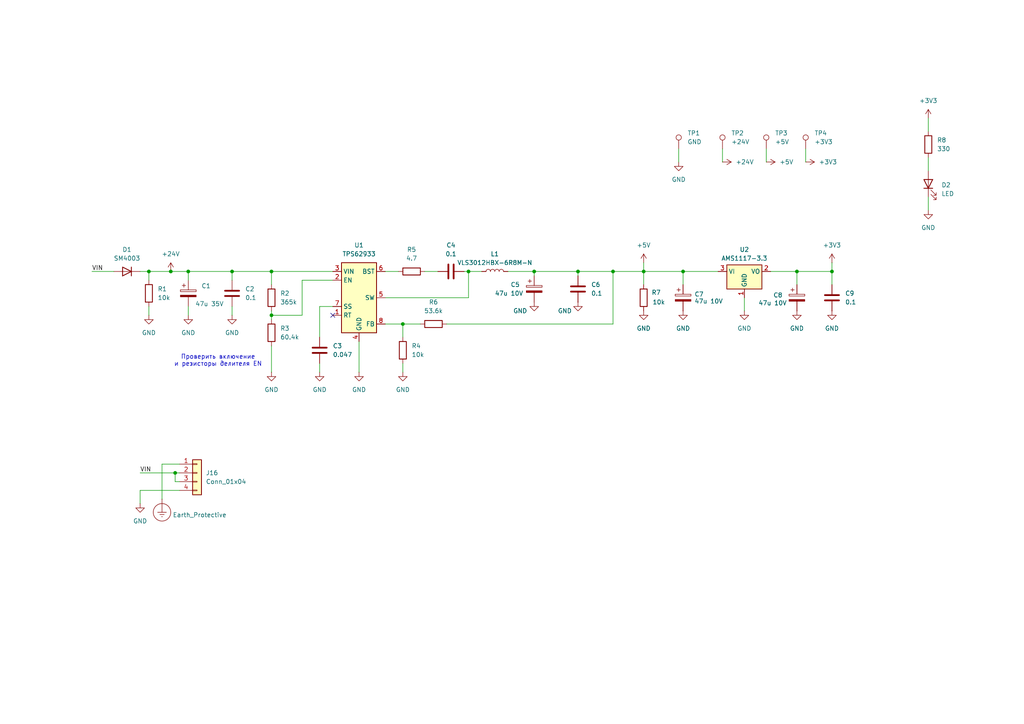
<source format=kicad_sch>
(kicad_sch
	(version 20250114)
	(generator "eeschema")
	(generator_version "9.0")
	(uuid "9de169c2-5fa4-42ae-b672-a2dba51890fe")
	(paper "A4")
	(lib_symbols
		(symbol "Connector:TestPoint"
			(pin_numbers
				(hide yes)
			)
			(pin_names
				(offset 0.762)
				(hide yes)
			)
			(exclude_from_sim no)
			(in_bom yes)
			(on_board yes)
			(property "Reference" "TP"
				(at 0 6.858 0)
				(effects
					(font
						(size 1.27 1.27)
					)
				)
			)
			(property "Value" "TestPoint"
				(at 0 5.08 0)
				(effects
					(font
						(size 1.27 1.27)
					)
				)
			)
			(property "Footprint" ""
				(at 5.08 0 0)
				(effects
					(font
						(size 1.27 1.27)
					)
					(hide yes)
				)
			)
			(property "Datasheet" "~"
				(at 5.08 0 0)
				(effects
					(font
						(size 1.27 1.27)
					)
					(hide yes)
				)
			)
			(property "Description" "test point"
				(at 0 0 0)
				(effects
					(font
						(size 1.27 1.27)
					)
					(hide yes)
				)
			)
			(property "ki_keywords" "test point tp"
				(at 0 0 0)
				(effects
					(font
						(size 1.27 1.27)
					)
					(hide yes)
				)
			)
			(property "ki_fp_filters" "Pin* Test*"
				(at 0 0 0)
				(effects
					(font
						(size 1.27 1.27)
					)
					(hide yes)
				)
			)
			(symbol "TestPoint_0_1"
				(circle
					(center 0 3.302)
					(radius 0.762)
					(stroke
						(width 0)
						(type default)
					)
					(fill
						(type none)
					)
				)
			)
			(symbol "TestPoint_1_1"
				(pin passive line
					(at 0 0 90)
					(length 2.54)
					(name "1"
						(effects
							(font
								(size 1.27 1.27)
							)
						)
					)
					(number "1"
						(effects
							(font
								(size 1.27 1.27)
							)
						)
					)
				)
			)
			(embedded_fonts no)
		)
		(symbol "Connector_Generic:Conn_01x04"
			(pin_names
				(offset 1.016)
				(hide yes)
			)
			(exclude_from_sim no)
			(in_bom yes)
			(on_board yes)
			(property "Reference" "J"
				(at 0 5.08 0)
				(effects
					(font
						(size 1.27 1.27)
					)
				)
			)
			(property "Value" "Conn_01x04"
				(at 0 -7.62 0)
				(effects
					(font
						(size 1.27 1.27)
					)
				)
			)
			(property "Footprint" ""
				(at 0 0 0)
				(effects
					(font
						(size 1.27 1.27)
					)
					(hide yes)
				)
			)
			(property "Datasheet" "~"
				(at 0 0 0)
				(effects
					(font
						(size 1.27 1.27)
					)
					(hide yes)
				)
			)
			(property "Description" "Generic connector, single row, 01x04, script generated (kicad-library-utils/schlib/autogen/connector/)"
				(at 0 0 0)
				(effects
					(font
						(size 1.27 1.27)
					)
					(hide yes)
				)
			)
			(property "ki_keywords" "connector"
				(at 0 0 0)
				(effects
					(font
						(size 1.27 1.27)
					)
					(hide yes)
				)
			)
			(property "ki_fp_filters" "Connector*:*_1x??_*"
				(at 0 0 0)
				(effects
					(font
						(size 1.27 1.27)
					)
					(hide yes)
				)
			)
			(symbol "Conn_01x04_1_1"
				(rectangle
					(start -1.27 3.81)
					(end 1.27 -6.35)
					(stroke
						(width 0.254)
						(type default)
					)
					(fill
						(type background)
					)
				)
				(rectangle
					(start -1.27 2.667)
					(end 0 2.413)
					(stroke
						(width 0.1524)
						(type default)
					)
					(fill
						(type none)
					)
				)
				(rectangle
					(start -1.27 0.127)
					(end 0 -0.127)
					(stroke
						(width 0.1524)
						(type default)
					)
					(fill
						(type none)
					)
				)
				(rectangle
					(start -1.27 -2.413)
					(end 0 -2.667)
					(stroke
						(width 0.1524)
						(type default)
					)
					(fill
						(type none)
					)
				)
				(rectangle
					(start -1.27 -4.953)
					(end 0 -5.207)
					(stroke
						(width 0.1524)
						(type default)
					)
					(fill
						(type none)
					)
				)
				(pin passive line
					(at -5.08 2.54 0)
					(length 3.81)
					(name "Pin_1"
						(effects
							(font
								(size 1.27 1.27)
							)
						)
					)
					(number "1"
						(effects
							(font
								(size 1.27 1.27)
							)
						)
					)
				)
				(pin passive line
					(at -5.08 0 0)
					(length 3.81)
					(name "Pin_2"
						(effects
							(font
								(size 1.27 1.27)
							)
						)
					)
					(number "2"
						(effects
							(font
								(size 1.27 1.27)
							)
						)
					)
				)
				(pin passive line
					(at -5.08 -2.54 0)
					(length 3.81)
					(name "Pin_3"
						(effects
							(font
								(size 1.27 1.27)
							)
						)
					)
					(number "3"
						(effects
							(font
								(size 1.27 1.27)
							)
						)
					)
				)
				(pin passive line
					(at -5.08 -5.08 0)
					(length 3.81)
					(name "Pin_4"
						(effects
							(font
								(size 1.27 1.27)
							)
						)
					)
					(number "4"
						(effects
							(font
								(size 1.27 1.27)
							)
						)
					)
				)
			)
			(embedded_fonts no)
		)
		(symbol "Device:C"
			(pin_numbers
				(hide yes)
			)
			(pin_names
				(offset 0.254)
			)
			(exclude_from_sim no)
			(in_bom yes)
			(on_board yes)
			(property "Reference" "C"
				(at 0.635 2.54 0)
				(effects
					(font
						(size 1.27 1.27)
					)
					(justify left)
				)
			)
			(property "Value" "C"
				(at 0.635 -2.54 0)
				(effects
					(font
						(size 1.27 1.27)
					)
					(justify left)
				)
			)
			(property "Footprint" ""
				(at 0.9652 -3.81 0)
				(effects
					(font
						(size 1.27 1.27)
					)
					(hide yes)
				)
			)
			(property "Datasheet" "~"
				(at 0 0 0)
				(effects
					(font
						(size 1.27 1.27)
					)
					(hide yes)
				)
			)
			(property "Description" "Unpolarized capacitor"
				(at 0 0 0)
				(effects
					(font
						(size 1.27 1.27)
					)
					(hide yes)
				)
			)
			(property "ki_keywords" "cap capacitor"
				(at 0 0 0)
				(effects
					(font
						(size 1.27 1.27)
					)
					(hide yes)
				)
			)
			(property "ki_fp_filters" "C_*"
				(at 0 0 0)
				(effects
					(font
						(size 1.27 1.27)
					)
					(hide yes)
				)
			)
			(symbol "C_0_1"
				(polyline
					(pts
						(xy -2.032 0.762) (xy 2.032 0.762)
					)
					(stroke
						(width 0.508)
						(type default)
					)
					(fill
						(type none)
					)
				)
				(polyline
					(pts
						(xy -2.032 -0.762) (xy 2.032 -0.762)
					)
					(stroke
						(width 0.508)
						(type default)
					)
					(fill
						(type none)
					)
				)
			)
			(symbol "C_1_1"
				(pin passive line
					(at 0 3.81 270)
					(length 2.794)
					(name "~"
						(effects
							(font
								(size 1.27 1.27)
							)
						)
					)
					(number "1"
						(effects
							(font
								(size 1.27 1.27)
							)
						)
					)
				)
				(pin passive line
					(at 0 -3.81 90)
					(length 2.794)
					(name "~"
						(effects
							(font
								(size 1.27 1.27)
							)
						)
					)
					(number "2"
						(effects
							(font
								(size 1.27 1.27)
							)
						)
					)
				)
			)
			(embedded_fonts no)
		)
		(symbol "Device:C_Polarized"
			(pin_numbers
				(hide yes)
			)
			(pin_names
				(offset 0.254)
			)
			(exclude_from_sim no)
			(in_bom yes)
			(on_board yes)
			(property "Reference" "C"
				(at 0.635 2.54 0)
				(effects
					(font
						(size 1.27 1.27)
					)
					(justify left)
				)
			)
			(property "Value" "C_Polarized"
				(at 0.635 -2.54 0)
				(effects
					(font
						(size 1.27 1.27)
					)
					(justify left)
				)
			)
			(property "Footprint" ""
				(at 0.9652 -3.81 0)
				(effects
					(font
						(size 1.27 1.27)
					)
					(hide yes)
				)
			)
			(property "Datasheet" "~"
				(at 0 0 0)
				(effects
					(font
						(size 1.27 1.27)
					)
					(hide yes)
				)
			)
			(property "Description" "Polarized capacitor"
				(at 0 0 0)
				(effects
					(font
						(size 1.27 1.27)
					)
					(hide yes)
				)
			)
			(property "ki_keywords" "cap capacitor"
				(at 0 0 0)
				(effects
					(font
						(size 1.27 1.27)
					)
					(hide yes)
				)
			)
			(property "ki_fp_filters" "CP_*"
				(at 0 0 0)
				(effects
					(font
						(size 1.27 1.27)
					)
					(hide yes)
				)
			)
			(symbol "C_Polarized_0_1"
				(rectangle
					(start -2.286 0.508)
					(end 2.286 1.016)
					(stroke
						(width 0)
						(type default)
					)
					(fill
						(type none)
					)
				)
				(polyline
					(pts
						(xy -1.778 2.286) (xy -0.762 2.286)
					)
					(stroke
						(width 0)
						(type default)
					)
					(fill
						(type none)
					)
				)
				(polyline
					(pts
						(xy -1.27 2.794) (xy -1.27 1.778)
					)
					(stroke
						(width 0)
						(type default)
					)
					(fill
						(type none)
					)
				)
				(rectangle
					(start 2.286 -0.508)
					(end -2.286 -1.016)
					(stroke
						(width 0)
						(type default)
					)
					(fill
						(type outline)
					)
				)
			)
			(symbol "C_Polarized_1_1"
				(pin passive line
					(at 0 3.81 270)
					(length 2.794)
					(name "~"
						(effects
							(font
								(size 1.27 1.27)
							)
						)
					)
					(number "1"
						(effects
							(font
								(size 1.27 1.27)
							)
						)
					)
				)
				(pin passive line
					(at 0 -3.81 90)
					(length 2.794)
					(name "~"
						(effects
							(font
								(size 1.27 1.27)
							)
						)
					)
					(number "2"
						(effects
							(font
								(size 1.27 1.27)
							)
						)
					)
				)
			)
			(embedded_fonts no)
		)
		(symbol "Device:L"
			(pin_numbers
				(hide yes)
			)
			(pin_names
				(offset 1.016)
				(hide yes)
			)
			(exclude_from_sim no)
			(in_bom yes)
			(on_board yes)
			(property "Reference" "L"
				(at -1.27 0 90)
				(effects
					(font
						(size 1.27 1.27)
					)
				)
			)
			(property "Value" "L"
				(at 1.905 0 90)
				(effects
					(font
						(size 1.27 1.27)
					)
				)
			)
			(property "Footprint" ""
				(at 0 0 0)
				(effects
					(font
						(size 1.27 1.27)
					)
					(hide yes)
				)
			)
			(property "Datasheet" "~"
				(at 0 0 0)
				(effects
					(font
						(size 1.27 1.27)
					)
					(hide yes)
				)
			)
			(property "Description" "Inductor"
				(at 0 0 0)
				(effects
					(font
						(size 1.27 1.27)
					)
					(hide yes)
				)
			)
			(property "ki_keywords" "inductor choke coil reactor magnetic"
				(at 0 0 0)
				(effects
					(font
						(size 1.27 1.27)
					)
					(hide yes)
				)
			)
			(property "ki_fp_filters" "Choke_* *Coil* Inductor_* L_*"
				(at 0 0 0)
				(effects
					(font
						(size 1.27 1.27)
					)
					(hide yes)
				)
			)
			(symbol "L_0_1"
				(arc
					(start 0 2.54)
					(mid 0.6323 1.905)
					(end 0 1.27)
					(stroke
						(width 0)
						(type default)
					)
					(fill
						(type none)
					)
				)
				(arc
					(start 0 1.27)
					(mid 0.6323 0.635)
					(end 0 0)
					(stroke
						(width 0)
						(type default)
					)
					(fill
						(type none)
					)
				)
				(arc
					(start 0 0)
					(mid 0.6323 -0.635)
					(end 0 -1.27)
					(stroke
						(width 0)
						(type default)
					)
					(fill
						(type none)
					)
				)
				(arc
					(start 0 -1.27)
					(mid 0.6323 -1.905)
					(end 0 -2.54)
					(stroke
						(width 0)
						(type default)
					)
					(fill
						(type none)
					)
				)
			)
			(symbol "L_1_1"
				(pin passive line
					(at 0 3.81 270)
					(length 1.27)
					(name "1"
						(effects
							(font
								(size 1.27 1.27)
							)
						)
					)
					(number "1"
						(effects
							(font
								(size 1.27 1.27)
							)
						)
					)
				)
				(pin passive line
					(at 0 -3.81 90)
					(length 1.27)
					(name "2"
						(effects
							(font
								(size 1.27 1.27)
							)
						)
					)
					(number "2"
						(effects
							(font
								(size 1.27 1.27)
							)
						)
					)
				)
			)
			(embedded_fonts no)
		)
		(symbol "Device:LED"
			(pin_numbers
				(hide yes)
			)
			(pin_names
				(offset 1.016)
				(hide yes)
			)
			(exclude_from_sim no)
			(in_bom yes)
			(on_board yes)
			(property "Reference" "D"
				(at 0 2.54 0)
				(effects
					(font
						(size 1.27 1.27)
					)
				)
			)
			(property "Value" "LED"
				(at 0 -2.54 0)
				(effects
					(font
						(size 1.27 1.27)
					)
				)
			)
			(property "Footprint" ""
				(at 0 0 0)
				(effects
					(font
						(size 1.27 1.27)
					)
					(hide yes)
				)
			)
			(property "Datasheet" "~"
				(at 0 0 0)
				(effects
					(font
						(size 1.27 1.27)
					)
					(hide yes)
				)
			)
			(property "Description" "Light emitting diode"
				(at 0 0 0)
				(effects
					(font
						(size 1.27 1.27)
					)
					(hide yes)
				)
			)
			(property "Sim.Pins" "1=K 2=A"
				(at 0 0 0)
				(effects
					(font
						(size 1.27 1.27)
					)
					(hide yes)
				)
			)
			(property "ki_keywords" "LED diode"
				(at 0 0 0)
				(effects
					(font
						(size 1.27 1.27)
					)
					(hide yes)
				)
			)
			(property "ki_fp_filters" "LED* LED_SMD:* LED_THT:*"
				(at 0 0 0)
				(effects
					(font
						(size 1.27 1.27)
					)
					(hide yes)
				)
			)
			(symbol "LED_0_1"
				(polyline
					(pts
						(xy -3.048 -0.762) (xy -4.572 -2.286) (xy -3.81 -2.286) (xy -4.572 -2.286) (xy -4.572 -1.524)
					)
					(stroke
						(width 0)
						(type default)
					)
					(fill
						(type none)
					)
				)
				(polyline
					(pts
						(xy -1.778 -0.762) (xy -3.302 -2.286) (xy -2.54 -2.286) (xy -3.302 -2.286) (xy -3.302 -1.524)
					)
					(stroke
						(width 0)
						(type default)
					)
					(fill
						(type none)
					)
				)
				(polyline
					(pts
						(xy -1.27 0) (xy 1.27 0)
					)
					(stroke
						(width 0)
						(type default)
					)
					(fill
						(type none)
					)
				)
				(polyline
					(pts
						(xy -1.27 -1.27) (xy -1.27 1.27)
					)
					(stroke
						(width 0.254)
						(type default)
					)
					(fill
						(type none)
					)
				)
				(polyline
					(pts
						(xy 1.27 -1.27) (xy 1.27 1.27) (xy -1.27 0) (xy 1.27 -1.27)
					)
					(stroke
						(width 0.254)
						(type default)
					)
					(fill
						(type none)
					)
				)
			)
			(symbol "LED_1_1"
				(pin passive line
					(at -3.81 0 0)
					(length 2.54)
					(name "K"
						(effects
							(font
								(size 1.27 1.27)
							)
						)
					)
					(number "1"
						(effects
							(font
								(size 1.27 1.27)
							)
						)
					)
				)
				(pin passive line
					(at 3.81 0 180)
					(length 2.54)
					(name "A"
						(effects
							(font
								(size 1.27 1.27)
							)
						)
					)
					(number "2"
						(effects
							(font
								(size 1.27 1.27)
							)
						)
					)
				)
			)
			(embedded_fonts no)
		)
		(symbol "Device:R"
			(pin_numbers
				(hide yes)
			)
			(pin_names
				(offset 0)
			)
			(exclude_from_sim no)
			(in_bom yes)
			(on_board yes)
			(property "Reference" "R"
				(at 2.032 0 90)
				(effects
					(font
						(size 1.27 1.27)
					)
				)
			)
			(property "Value" "R"
				(at 0 0 90)
				(effects
					(font
						(size 1.27 1.27)
					)
				)
			)
			(property "Footprint" ""
				(at -1.778 0 90)
				(effects
					(font
						(size 1.27 1.27)
					)
					(hide yes)
				)
			)
			(property "Datasheet" "~"
				(at 0 0 0)
				(effects
					(font
						(size 1.27 1.27)
					)
					(hide yes)
				)
			)
			(property "Description" "Resistor"
				(at 0 0 0)
				(effects
					(font
						(size 1.27 1.27)
					)
					(hide yes)
				)
			)
			(property "ki_keywords" "R res resistor"
				(at 0 0 0)
				(effects
					(font
						(size 1.27 1.27)
					)
					(hide yes)
				)
			)
			(property "ki_fp_filters" "R_*"
				(at 0 0 0)
				(effects
					(font
						(size 1.27 1.27)
					)
					(hide yes)
				)
			)
			(symbol "R_0_1"
				(rectangle
					(start -1.016 -2.54)
					(end 1.016 2.54)
					(stroke
						(width 0.254)
						(type default)
					)
					(fill
						(type none)
					)
				)
			)
			(symbol "R_1_1"
				(pin passive line
					(at 0 3.81 270)
					(length 1.27)
					(name "~"
						(effects
							(font
								(size 1.27 1.27)
							)
						)
					)
					(number "1"
						(effects
							(font
								(size 1.27 1.27)
							)
						)
					)
				)
				(pin passive line
					(at 0 -3.81 90)
					(length 1.27)
					(name "~"
						(effects
							(font
								(size 1.27 1.27)
							)
						)
					)
					(number "2"
						(effects
							(font
								(size 1.27 1.27)
							)
						)
					)
				)
			)
			(embedded_fonts no)
		)
		(symbol "Diode:SM4003"
			(pin_numbers
				(hide yes)
			)
			(pin_names
				(hide yes)
			)
			(exclude_from_sim no)
			(in_bom yes)
			(on_board yes)
			(property "Reference" "D"
				(at 0 2.54 0)
				(effects
					(font
						(size 1.27 1.27)
					)
				)
			)
			(property "Value" "SM4003"
				(at 0 -2.54 0)
				(effects
					(font
						(size 1.27 1.27)
					)
				)
			)
			(property "Footprint" "Diode_SMD:D_MELF"
				(at 0 -4.445 0)
				(effects
					(font
						(size 1.27 1.27)
					)
					(hide yes)
				)
			)
			(property "Datasheet" "http://cdn-reichelt.de/documents/datenblatt/A400/SMD1N400%23DIO.pdf"
				(at 0 0 0)
				(effects
					(font
						(size 1.27 1.27)
					)
					(hide yes)
				)
			)
			(property "Description" "200V 1A General Purpose Rectifier Diode, MELF"
				(at 0 0 0)
				(effects
					(font
						(size 1.27 1.27)
					)
					(hide yes)
				)
			)
			(property "Sim.Device" "D"
				(at 0 0 0)
				(effects
					(font
						(size 1.27 1.27)
					)
					(hide yes)
				)
			)
			(property "Sim.Pins" "1=K 2=A"
				(at 0 0 0)
				(effects
					(font
						(size 1.27 1.27)
					)
					(hide yes)
				)
			)
			(property "ki_keywords" "diode"
				(at 0 0 0)
				(effects
					(font
						(size 1.27 1.27)
					)
					(hide yes)
				)
			)
			(property "ki_fp_filters" "D*MELF*"
				(at 0 0 0)
				(effects
					(font
						(size 1.27 1.27)
					)
					(hide yes)
				)
			)
			(symbol "SM4003_0_1"
				(polyline
					(pts
						(xy -1.27 1.27) (xy -1.27 -1.27)
					)
					(stroke
						(width 0.254)
						(type default)
					)
					(fill
						(type none)
					)
				)
				(polyline
					(pts
						(xy 1.27 1.27) (xy 1.27 -1.27) (xy -1.27 0) (xy 1.27 1.27)
					)
					(stroke
						(width 0.254)
						(type default)
					)
					(fill
						(type none)
					)
				)
				(polyline
					(pts
						(xy 1.27 0) (xy -1.27 0)
					)
					(stroke
						(width 0)
						(type default)
					)
					(fill
						(type none)
					)
				)
			)
			(symbol "SM4003_1_1"
				(pin passive line
					(at -3.81 0 0)
					(length 2.54)
					(name "K"
						(effects
							(font
								(size 1.27 1.27)
							)
						)
					)
					(number "1"
						(effects
							(font
								(size 1.27 1.27)
							)
						)
					)
				)
				(pin passive line
					(at 3.81 0 180)
					(length 2.54)
					(name "A"
						(effects
							(font
								(size 1.27 1.27)
							)
						)
					)
					(number "2"
						(effects
							(font
								(size 1.27 1.27)
							)
						)
					)
				)
			)
			(embedded_fonts no)
		)
		(symbol "Regulator_Linear:AMS1117-3.3"
			(exclude_from_sim no)
			(in_bom yes)
			(on_board yes)
			(property "Reference" "U"
				(at -3.81 3.175 0)
				(effects
					(font
						(size 1.27 1.27)
					)
				)
			)
			(property "Value" "AMS1117-3.3"
				(at 0 3.175 0)
				(effects
					(font
						(size 1.27 1.27)
					)
					(justify left)
				)
			)
			(property "Footprint" "Package_TO_SOT_SMD:SOT-223-3_TabPin2"
				(at 0 5.08 0)
				(effects
					(font
						(size 1.27 1.27)
					)
					(hide yes)
				)
			)
			(property "Datasheet" "http://www.advanced-monolithic.com/pdf/ds1117.pdf"
				(at 2.54 -6.35 0)
				(effects
					(font
						(size 1.27 1.27)
					)
					(hide yes)
				)
			)
			(property "Description" "1A Low Dropout regulator, positive, 3.3V fixed output, SOT-223"
				(at 0 0 0)
				(effects
					(font
						(size 1.27 1.27)
					)
					(hide yes)
				)
			)
			(property "ki_keywords" "linear regulator ldo fixed positive"
				(at 0 0 0)
				(effects
					(font
						(size 1.27 1.27)
					)
					(hide yes)
				)
			)
			(property "ki_fp_filters" "SOT?223*TabPin2*"
				(at 0 0 0)
				(effects
					(font
						(size 1.27 1.27)
					)
					(hide yes)
				)
			)
			(symbol "AMS1117-3.3_0_1"
				(rectangle
					(start -5.08 -5.08)
					(end 5.08 1.905)
					(stroke
						(width 0.254)
						(type default)
					)
					(fill
						(type background)
					)
				)
			)
			(symbol "AMS1117-3.3_1_1"
				(pin power_in line
					(at -7.62 0 0)
					(length 2.54)
					(name "VI"
						(effects
							(font
								(size 1.27 1.27)
							)
						)
					)
					(number "3"
						(effects
							(font
								(size 1.27 1.27)
							)
						)
					)
				)
				(pin power_in line
					(at 0 -7.62 90)
					(length 2.54)
					(name "GND"
						(effects
							(font
								(size 1.27 1.27)
							)
						)
					)
					(number "1"
						(effects
							(font
								(size 1.27 1.27)
							)
						)
					)
				)
				(pin power_out line
					(at 7.62 0 180)
					(length 2.54)
					(name "VO"
						(effects
							(font
								(size 1.27 1.27)
							)
						)
					)
					(number "2"
						(effects
							(font
								(size 1.27 1.27)
							)
						)
					)
				)
			)
			(embedded_fonts no)
		)
		(symbol "Regulator_Switching:TPS62933"
			(exclude_from_sim no)
			(in_bom yes)
			(on_board yes)
			(property "Reference" "U"
				(at 0 13.97 0)
				(effects
					(font
						(size 1.27 1.27)
					)
				)
			)
			(property "Value" "TPS62933"
				(at 0 11.43 0)
				(effects
					(font
						(size 1.27 1.27)
					)
				)
			)
			(property "Footprint" "Package_TO_SOT_SMD:SOT-583-8"
				(at 0 -25.4 0)
				(effects
					(font
						(size 1.27 1.27)
					)
					(hide yes)
				)
			)
			(property "Datasheet" "https://www.ti.com/lit/ds/symlink/tps62933.pdf"
				(at 0 -22.86 0)
				(effects
					(font
						(size 1.27 1.27)
					)
					(hide yes)
				)
			)
			(property "Description" "3.8-30V, 3A Synchronous Buck Converters with pulse frequency modulation (PFM), SOT583-8"
				(at 0 0 0)
				(effects
					(font
						(size 1.27 1.27)
					)
					(hide yes)
				)
			)
			(property "ki_keywords" "synchronous buck converter pulse frequency modulation"
				(at 0 0 0)
				(effects
					(font
						(size 1.27 1.27)
					)
					(hide yes)
				)
			)
			(property "ki_fp_filters" "SOT?583*"
				(at 0 0 0)
				(effects
					(font
						(size 1.27 1.27)
					)
					(hide yes)
				)
			)
			(symbol "TPS62933_0_1"
				(rectangle
					(start -5.08 10.16)
					(end 5.08 -10.16)
					(stroke
						(width 0.254)
						(type default)
					)
					(fill
						(type background)
					)
				)
			)
			(symbol "TPS62933_1_1"
				(pin power_in line
					(at -7.62 7.62 0)
					(length 2.54)
					(name "VIN"
						(effects
							(font
								(size 1.27 1.27)
							)
						)
					)
					(number "3"
						(effects
							(font
								(size 1.27 1.27)
							)
						)
					)
				)
				(pin input line
					(at -7.62 5.08 0)
					(length 2.54)
					(name "EN"
						(effects
							(font
								(size 1.27 1.27)
							)
						)
					)
					(number "2"
						(effects
							(font
								(size 1.27 1.27)
							)
						)
					)
				)
				(pin passive line
					(at -7.62 -2.54 0)
					(length 2.54)
					(name "SS"
						(effects
							(font
								(size 1.27 1.27)
							)
						)
					)
					(number "7"
						(effects
							(font
								(size 1.27 1.27)
							)
						)
					)
				)
				(pin passive line
					(at -7.62 -5.08 0)
					(length 2.54)
					(name "RT"
						(effects
							(font
								(size 1.27 1.27)
							)
						)
					)
					(number "1"
						(effects
							(font
								(size 1.27 1.27)
							)
						)
					)
				)
				(pin power_in line
					(at 0 -12.7 90)
					(length 2.54)
					(name "GND"
						(effects
							(font
								(size 1.27 1.27)
							)
						)
					)
					(number "4"
						(effects
							(font
								(size 1.27 1.27)
							)
						)
					)
				)
				(pin passive line
					(at 7.62 7.62 180)
					(length 2.54)
					(name "BST"
						(effects
							(font
								(size 1.27 1.27)
							)
						)
					)
					(number "6"
						(effects
							(font
								(size 1.27 1.27)
							)
						)
					)
				)
				(pin output line
					(at 7.62 0 180)
					(length 2.54)
					(name "SW"
						(effects
							(font
								(size 1.27 1.27)
							)
						)
					)
					(number "5"
						(effects
							(font
								(size 1.27 1.27)
							)
						)
					)
				)
				(pin input line
					(at 7.62 -7.62 180)
					(length 2.54)
					(name "FB"
						(effects
							(font
								(size 1.27 1.27)
							)
						)
					)
					(number "8"
						(effects
							(font
								(size 1.27 1.27)
							)
						)
					)
				)
			)
			(embedded_fonts no)
		)
		(symbol "power:+24V"
			(power)
			(pin_numbers
				(hide yes)
			)
			(pin_names
				(offset 0)
				(hide yes)
			)
			(exclude_from_sim no)
			(in_bom yes)
			(on_board yes)
			(property "Reference" "#PWR"
				(at 0 -3.81 0)
				(effects
					(font
						(size 1.27 1.27)
					)
					(hide yes)
				)
			)
			(property "Value" "+24V"
				(at 0 3.556 0)
				(effects
					(font
						(size 1.27 1.27)
					)
				)
			)
			(property "Footprint" ""
				(at 0 0 0)
				(effects
					(font
						(size 1.27 1.27)
					)
					(hide yes)
				)
			)
			(property "Datasheet" ""
				(at 0 0 0)
				(effects
					(font
						(size 1.27 1.27)
					)
					(hide yes)
				)
			)
			(property "Description" "Power symbol creates a global label with name \"+24V\""
				(at 0 0 0)
				(effects
					(font
						(size 1.27 1.27)
					)
					(hide yes)
				)
			)
			(property "ki_keywords" "global power"
				(at 0 0 0)
				(effects
					(font
						(size 1.27 1.27)
					)
					(hide yes)
				)
			)
			(symbol "+24V_0_1"
				(polyline
					(pts
						(xy -0.762 1.27) (xy 0 2.54)
					)
					(stroke
						(width 0)
						(type default)
					)
					(fill
						(type none)
					)
				)
				(polyline
					(pts
						(xy 0 2.54) (xy 0.762 1.27)
					)
					(stroke
						(width 0)
						(type default)
					)
					(fill
						(type none)
					)
				)
				(polyline
					(pts
						(xy 0 0) (xy 0 2.54)
					)
					(stroke
						(width 0)
						(type default)
					)
					(fill
						(type none)
					)
				)
			)
			(symbol "+24V_1_1"
				(pin power_in line
					(at 0 0 90)
					(length 0)
					(name "~"
						(effects
							(font
								(size 1.27 1.27)
							)
						)
					)
					(number "1"
						(effects
							(font
								(size 1.27 1.27)
							)
						)
					)
				)
			)
			(embedded_fonts no)
		)
		(symbol "power:+3V3"
			(power)
			(pin_numbers
				(hide yes)
			)
			(pin_names
				(offset 0)
				(hide yes)
			)
			(exclude_from_sim no)
			(in_bom yes)
			(on_board yes)
			(property "Reference" "#PWR"
				(at 0 -3.81 0)
				(effects
					(font
						(size 1.27 1.27)
					)
					(hide yes)
				)
			)
			(property "Value" "+3V3"
				(at 0 3.556 0)
				(effects
					(font
						(size 1.27 1.27)
					)
				)
			)
			(property "Footprint" ""
				(at 0 0 0)
				(effects
					(font
						(size 1.27 1.27)
					)
					(hide yes)
				)
			)
			(property "Datasheet" ""
				(at 0 0 0)
				(effects
					(font
						(size 1.27 1.27)
					)
					(hide yes)
				)
			)
			(property "Description" "Power symbol creates a global label with name \"+3V3\""
				(at 0 0 0)
				(effects
					(font
						(size 1.27 1.27)
					)
					(hide yes)
				)
			)
			(property "ki_keywords" "global power"
				(at 0 0 0)
				(effects
					(font
						(size 1.27 1.27)
					)
					(hide yes)
				)
			)
			(symbol "+3V3_0_1"
				(polyline
					(pts
						(xy -0.762 1.27) (xy 0 2.54)
					)
					(stroke
						(width 0)
						(type default)
					)
					(fill
						(type none)
					)
				)
				(polyline
					(pts
						(xy 0 2.54) (xy 0.762 1.27)
					)
					(stroke
						(width 0)
						(type default)
					)
					(fill
						(type none)
					)
				)
				(polyline
					(pts
						(xy 0 0) (xy 0 2.54)
					)
					(stroke
						(width 0)
						(type default)
					)
					(fill
						(type none)
					)
				)
			)
			(symbol "+3V3_1_1"
				(pin power_in line
					(at 0 0 90)
					(length 0)
					(name "~"
						(effects
							(font
								(size 1.27 1.27)
							)
						)
					)
					(number "1"
						(effects
							(font
								(size 1.27 1.27)
							)
						)
					)
				)
			)
			(embedded_fonts no)
		)
		(symbol "power:+5V"
			(power)
			(pin_numbers
				(hide yes)
			)
			(pin_names
				(offset 0)
				(hide yes)
			)
			(exclude_from_sim no)
			(in_bom yes)
			(on_board yes)
			(property "Reference" "#PWR"
				(at 0 -3.81 0)
				(effects
					(font
						(size 1.27 1.27)
					)
					(hide yes)
				)
			)
			(property "Value" "+5V"
				(at 0 3.556 0)
				(effects
					(font
						(size 1.27 1.27)
					)
				)
			)
			(property "Footprint" ""
				(at 0 0 0)
				(effects
					(font
						(size 1.27 1.27)
					)
					(hide yes)
				)
			)
			(property "Datasheet" ""
				(at 0 0 0)
				(effects
					(font
						(size 1.27 1.27)
					)
					(hide yes)
				)
			)
			(property "Description" "Power symbol creates a global label with name \"+5V\""
				(at 0 0 0)
				(effects
					(font
						(size 1.27 1.27)
					)
					(hide yes)
				)
			)
			(property "ki_keywords" "global power"
				(at 0 0 0)
				(effects
					(font
						(size 1.27 1.27)
					)
					(hide yes)
				)
			)
			(symbol "+5V_0_1"
				(polyline
					(pts
						(xy -0.762 1.27) (xy 0 2.54)
					)
					(stroke
						(width 0)
						(type default)
					)
					(fill
						(type none)
					)
				)
				(polyline
					(pts
						(xy 0 2.54) (xy 0.762 1.27)
					)
					(stroke
						(width 0)
						(type default)
					)
					(fill
						(type none)
					)
				)
				(polyline
					(pts
						(xy 0 0) (xy 0 2.54)
					)
					(stroke
						(width 0)
						(type default)
					)
					(fill
						(type none)
					)
				)
			)
			(symbol "+5V_1_1"
				(pin power_in line
					(at 0 0 90)
					(length 0)
					(name "~"
						(effects
							(font
								(size 1.27 1.27)
							)
						)
					)
					(number "1"
						(effects
							(font
								(size 1.27 1.27)
							)
						)
					)
				)
			)
			(embedded_fonts no)
		)
		(symbol "power:Earth_Protective"
			(power)
			(pin_numbers
				(hide yes)
			)
			(pin_names
				(offset 0)
				(hide yes)
			)
			(exclude_from_sim no)
			(in_bom yes)
			(on_board yes)
			(property "Reference" "#PWR"
				(at 0 -10.16 0)
				(effects
					(font
						(size 1.27 1.27)
					)
					(hide yes)
				)
			)
			(property "Value" "Earth_Protective"
				(at 0 -7.62 0)
				(effects
					(font
						(size 1.27 1.27)
					)
				)
			)
			(property "Footprint" ""
				(at 0 -2.54 0)
				(effects
					(font
						(size 1.27 1.27)
					)
					(hide yes)
				)
			)
			(property "Datasheet" "~"
				(at 0 -2.54 0)
				(effects
					(font
						(size 1.27 1.27)
					)
					(hide yes)
				)
			)
			(property "Description" "Power symbol creates a global label with name \"Earth_Protective\""
				(at 0 0 0)
				(effects
					(font
						(size 1.27 1.27)
					)
					(hide yes)
				)
			)
			(property "ki_keywords" "global ground gnd clean"
				(at 0 0 0)
				(effects
					(font
						(size 1.27 1.27)
					)
					(hide yes)
				)
			)
			(symbol "Earth_Protective_0_1"
				(polyline
					(pts
						(xy -0.635 -4.445) (xy 0.635 -4.445)
					)
					(stroke
						(width 0)
						(type default)
					)
					(fill
						(type none)
					)
				)
				(polyline
					(pts
						(xy -0.127 -5.08) (xy 0.127 -5.08)
					)
					(stroke
						(width 0)
						(type default)
					)
					(fill
						(type none)
					)
				)
				(polyline
					(pts
						(xy 0 -3.81) (xy 0 0)
					)
					(stroke
						(width 0)
						(type default)
					)
					(fill
						(type none)
					)
				)
				(circle
					(center 0 -3.81)
					(radius 2.54)
					(stroke
						(width 0)
						(type default)
					)
					(fill
						(type none)
					)
				)
				(polyline
					(pts
						(xy 1.27 -3.81) (xy -1.27 -3.81)
					)
					(stroke
						(width 0)
						(type default)
					)
					(fill
						(type none)
					)
				)
			)
			(symbol "Earth_Protective_1_1"
				(pin power_in line
					(at 0 0 270)
					(length 0)
					(name "~"
						(effects
							(font
								(size 1.27 1.27)
							)
						)
					)
					(number "1"
						(effects
							(font
								(size 1.27 1.27)
							)
						)
					)
				)
			)
			(embedded_fonts no)
		)
		(symbol "power:GND"
			(power)
			(pin_numbers
				(hide yes)
			)
			(pin_names
				(offset 0)
				(hide yes)
			)
			(exclude_from_sim no)
			(in_bom yes)
			(on_board yes)
			(property "Reference" "#PWR"
				(at 0 -6.35 0)
				(effects
					(font
						(size 1.27 1.27)
					)
					(hide yes)
				)
			)
			(property "Value" "GND"
				(at 0 -3.81 0)
				(effects
					(font
						(size 1.27 1.27)
					)
				)
			)
			(property "Footprint" ""
				(at 0 0 0)
				(effects
					(font
						(size 1.27 1.27)
					)
					(hide yes)
				)
			)
			(property "Datasheet" ""
				(at 0 0 0)
				(effects
					(font
						(size 1.27 1.27)
					)
					(hide yes)
				)
			)
			(property "Description" "Power symbol creates a global label with name \"GND\" , ground"
				(at 0 0 0)
				(effects
					(font
						(size 1.27 1.27)
					)
					(hide yes)
				)
			)
			(property "ki_keywords" "global power"
				(at 0 0 0)
				(effects
					(font
						(size 1.27 1.27)
					)
					(hide yes)
				)
			)
			(symbol "GND_0_1"
				(polyline
					(pts
						(xy 0 0) (xy 0 -1.27) (xy 1.27 -1.27) (xy 0 -2.54) (xy -1.27 -1.27) (xy 0 -1.27)
					)
					(stroke
						(width 0)
						(type default)
					)
					(fill
						(type none)
					)
				)
			)
			(symbol "GND_1_1"
				(pin power_in line
					(at 0 0 270)
					(length 0)
					(name "~"
						(effects
							(font
								(size 1.27 1.27)
							)
						)
					)
					(number "1"
						(effects
							(font
								(size 1.27 1.27)
							)
						)
					)
				)
			)
			(embedded_fonts no)
		)
	)
	(text "Проверить включение\nи резисторы делителя EN"
		(exclude_from_sim no)
		(at 63.246 104.648 0)
		(effects
			(font
				(size 1.27 1.27)
			)
		)
		(uuid "1c9252a4-125f-4307-81de-1744d0305e1a")
	)
	(junction
		(at 49.53 78.74)
		(diameter 0)
		(color 0 0 0 0)
		(uuid "097a6f59-270f-4bbe-b2b9-3d40bc83a5b6")
	)
	(junction
		(at 50.8 137.16)
		(diameter 0)
		(color 0 0 0 0)
		(uuid "0cfbdee7-b9c5-49a2-a370-5625fed16859")
	)
	(junction
		(at 43.18 78.74)
		(diameter 0)
		(color 0 0 0 0)
		(uuid "1f322163-cc67-4ee8-a4ec-583891abeef3")
	)
	(junction
		(at 78.74 91.44)
		(diameter 0)
		(color 0 0 0 0)
		(uuid "273e3934-422b-45aa-b03a-10bec502f5a1")
	)
	(junction
		(at 116.84 93.98)
		(diameter 0)
		(color 0 0 0 0)
		(uuid "435f0a21-af8a-4bf8-8f33-295f16cc1a9c")
	)
	(junction
		(at 67.31 78.74)
		(diameter 0)
		(color 0 0 0 0)
		(uuid "821f5f3b-f1fd-49e9-bfc4-9105c210c655")
	)
	(junction
		(at 154.94 78.74)
		(diameter 0)
		(color 0 0 0 0)
		(uuid "9250b8b9-3728-4f6b-bc43-c99c380939e8")
	)
	(junction
		(at 177.8 78.74)
		(diameter 0)
		(color 0 0 0 0)
		(uuid "9c3ea33f-7778-4f04-a378-22ee405251ec")
	)
	(junction
		(at 167.64 78.74)
		(diameter 0)
		(color 0 0 0 0)
		(uuid "ae914192-e094-4d39-87fe-9412a6211d87")
	)
	(junction
		(at 186.69 78.74)
		(diameter 0)
		(color 0 0 0 0)
		(uuid "ba878da4-05f5-45af-97c0-f2bd564d7aac")
	)
	(junction
		(at 241.3 78.74)
		(diameter 0)
		(color 0 0 0 0)
		(uuid "bce4b529-0e77-4e9c-a032-12c095793d80")
	)
	(junction
		(at 231.14 78.74)
		(diameter 0)
		(color 0 0 0 0)
		(uuid "c0268a70-b31b-48aa-bb49-886c241c02a2")
	)
	(junction
		(at 198.12 78.74)
		(diameter 0)
		(color 0 0 0 0)
		(uuid "c2557a92-02b6-42f6-a557-7245b036375b")
	)
	(junction
		(at 135.89 78.74)
		(diameter 0)
		(color 0 0 0 0)
		(uuid "c3f2335f-5456-4513-a1bd-87fa72845d08")
	)
	(junction
		(at 54.61 78.74)
		(diameter 0)
		(color 0 0 0 0)
		(uuid "c9fa6175-0fa8-46af-b505-a64e58e05295")
	)
	(junction
		(at 78.74 78.74)
		(diameter 0)
		(color 0 0 0 0)
		(uuid "f535b26e-360a-4b1d-9477-24084ac39895")
	)
	(no_connect
		(at 96.52 91.44)
		(uuid "b1433e14-01bb-4116-9fc8-a670986278af")
	)
	(wire
		(pts
			(xy 92.71 88.9) (xy 96.52 88.9)
		)
		(stroke
			(width 0)
			(type default)
		)
		(uuid "01533a75-ba50-4ef3-b2d0-54de76f17dd6")
	)
	(wire
		(pts
			(xy 50.8 137.16) (xy 52.07 137.16)
		)
		(stroke
			(width 0)
			(type default)
		)
		(uuid "0be4cb91-6d55-4d53-aa1d-768429671d00")
	)
	(wire
		(pts
			(xy 40.64 146.05) (xy 40.64 142.24)
		)
		(stroke
			(width 0)
			(type default)
		)
		(uuid "13c0a4d6-ec29-438b-ada9-cc7dde44922e")
	)
	(wire
		(pts
			(xy 147.32 78.74) (xy 154.94 78.74)
		)
		(stroke
			(width 0)
			(type default)
		)
		(uuid "17598d66-03cf-4b26-8302-7eb2e54fb986")
	)
	(wire
		(pts
			(xy 78.74 100.33) (xy 78.74 107.95)
		)
		(stroke
			(width 0)
			(type default)
		)
		(uuid "1f191b63-2ff0-4528-9764-0a028a86c972")
	)
	(wire
		(pts
			(xy 123.19 78.74) (xy 127 78.74)
		)
		(stroke
			(width 0)
			(type default)
		)
		(uuid "2288a620-c218-4802-a554-8fa385dd4993")
	)
	(wire
		(pts
			(xy 209.55 43.18) (xy 209.55 46.99)
		)
		(stroke
			(width 0)
			(type default)
		)
		(uuid "315d5a10-2770-497a-9b70-d26087645812")
	)
	(wire
		(pts
			(xy 67.31 91.44) (xy 67.31 88.9)
		)
		(stroke
			(width 0)
			(type default)
		)
		(uuid "35b27a10-473b-4891-949f-00d067023bcf")
	)
	(wire
		(pts
			(xy 167.64 80.01) (xy 167.64 78.74)
		)
		(stroke
			(width 0)
			(type default)
		)
		(uuid "38529d49-be10-4c4d-92e9-c88c8857f78b")
	)
	(wire
		(pts
			(xy 198.12 82.55) (xy 198.12 78.74)
		)
		(stroke
			(width 0)
			(type default)
		)
		(uuid "38fc0872-6830-4e25-ac19-64930ffcb0d4")
	)
	(wire
		(pts
			(xy 186.69 78.74) (xy 177.8 78.74)
		)
		(stroke
			(width 0)
			(type default)
		)
		(uuid "3b2d1966-1461-4ddc-8dbd-a198d28d29d1")
	)
	(wire
		(pts
			(xy 87.63 91.44) (xy 78.74 91.44)
		)
		(stroke
			(width 0)
			(type default)
		)
		(uuid "42174846-7ff2-426a-a450-5f0a973d94b9")
	)
	(wire
		(pts
			(xy 116.84 93.98) (xy 121.92 93.98)
		)
		(stroke
			(width 0)
			(type default)
		)
		(uuid "4860c505-1769-4720-bb6d-fac90d3431f1")
	)
	(wire
		(pts
			(xy 43.18 91.44) (xy 43.18 88.9)
		)
		(stroke
			(width 0)
			(type default)
		)
		(uuid "49f3fa50-a5dc-42a4-afbb-da2cdfa76cd8")
	)
	(wire
		(pts
			(xy 78.74 78.74) (xy 78.74 82.55)
		)
		(stroke
			(width 0)
			(type default)
		)
		(uuid "4ad1a194-5b50-4cc6-a402-400c27181017")
	)
	(wire
		(pts
			(xy 269.24 34.29) (xy 269.24 38.1)
		)
		(stroke
			(width 0)
			(type default)
		)
		(uuid "4c93bf5e-007f-40a3-933b-747ba9081e43")
	)
	(wire
		(pts
			(xy 135.89 78.74) (xy 139.7 78.74)
		)
		(stroke
			(width 0)
			(type default)
		)
		(uuid "4e8f6b30-0917-46f5-a771-1657280673cc")
	)
	(wire
		(pts
			(xy 49.53 78.74) (xy 54.61 78.74)
		)
		(stroke
			(width 0)
			(type default)
		)
		(uuid "4fb7d019-7066-48e9-a4cb-03c4be2056cb")
	)
	(wire
		(pts
			(xy 223.52 78.74) (xy 231.14 78.74)
		)
		(stroke
			(width 0)
			(type default)
		)
		(uuid "4fc9b68e-9d83-4ea8-a80f-fe2389298a6d")
	)
	(wire
		(pts
			(xy 54.61 78.74) (xy 67.31 78.74)
		)
		(stroke
			(width 0)
			(type default)
		)
		(uuid "5028cddb-d12d-408d-9d3f-350a68492bf6")
	)
	(wire
		(pts
			(xy 116.84 107.95) (xy 116.84 105.41)
		)
		(stroke
			(width 0)
			(type default)
		)
		(uuid "50ca9bb3-30d7-4097-8568-59390e170db0")
	)
	(wire
		(pts
			(xy 78.74 91.44) (xy 78.74 92.71)
		)
		(stroke
			(width 0)
			(type default)
		)
		(uuid "513d4779-e3fe-49f6-83ec-1e91cbe585af")
	)
	(wire
		(pts
			(xy 198.12 78.74) (xy 208.28 78.74)
		)
		(stroke
			(width 0)
			(type default)
		)
		(uuid "59dbed3a-f0eb-4249-8b0f-f45b00beff10")
	)
	(wire
		(pts
			(xy 46.99 144.78) (xy 46.99 134.62)
		)
		(stroke
			(width 0)
			(type default)
		)
		(uuid "5d833d09-4846-47e8-a5cc-c47fe2ab25ba")
	)
	(wire
		(pts
			(xy 167.64 78.74) (xy 154.94 78.74)
		)
		(stroke
			(width 0)
			(type default)
		)
		(uuid "60868f7c-1039-4b94-af69-dc2caaf3a0a1")
	)
	(wire
		(pts
			(xy 43.18 78.74) (xy 49.53 78.74)
		)
		(stroke
			(width 0)
			(type default)
		)
		(uuid "60a9f26b-b770-461c-a208-0fa12d65bd33")
	)
	(wire
		(pts
			(xy 186.69 76.2) (xy 186.69 78.74)
		)
		(stroke
			(width 0)
			(type default)
		)
		(uuid "620e020d-4aee-4845-becf-d3fec1bc2bd8")
	)
	(wire
		(pts
			(xy 269.24 45.72) (xy 269.24 49.53)
		)
		(stroke
			(width 0)
			(type default)
		)
		(uuid "6b74c53f-3092-44d6-86af-0bbcbab84070")
	)
	(wire
		(pts
			(xy 241.3 78.74) (xy 241.3 82.55)
		)
		(stroke
			(width 0)
			(type default)
		)
		(uuid "6cd24dad-3f2f-45db-b370-0ca3c8846074")
	)
	(wire
		(pts
			(xy 222.25 43.18) (xy 222.25 46.99)
		)
		(stroke
			(width 0)
			(type default)
		)
		(uuid "70057566-d018-40c8-9d1c-f29cfa05ae44")
	)
	(wire
		(pts
			(xy 104.14 107.95) (xy 104.14 99.06)
		)
		(stroke
			(width 0)
			(type default)
		)
		(uuid "70487b41-a378-4031-b0de-530cea26e133")
	)
	(wire
		(pts
			(xy 177.8 93.98) (xy 177.8 78.74)
		)
		(stroke
			(width 0)
			(type default)
		)
		(uuid "72b83c2e-0c8e-45c5-91d8-145e2f2cac9d")
	)
	(wire
		(pts
			(xy 43.18 78.74) (xy 43.18 81.28)
		)
		(stroke
			(width 0)
			(type default)
		)
		(uuid "77ac99ce-1d8a-42bf-ab76-f6847132eb50")
	)
	(wire
		(pts
			(xy 67.31 78.74) (xy 78.74 78.74)
		)
		(stroke
			(width 0)
			(type default)
		)
		(uuid "78106426-c4d5-4e28-9cd8-ebd501204df6")
	)
	(wire
		(pts
			(xy 92.71 107.95) (xy 92.71 105.41)
		)
		(stroke
			(width 0)
			(type default)
		)
		(uuid "7d2fe5e1-d7f2-4d42-ada4-c9c63d768034")
	)
	(wire
		(pts
			(xy 231.14 78.74) (xy 241.3 78.74)
		)
		(stroke
			(width 0)
			(type default)
		)
		(uuid "8ce0a668-8243-495e-9b7a-5080b12c6df1")
	)
	(wire
		(pts
			(xy 87.63 81.28) (xy 87.63 91.44)
		)
		(stroke
			(width 0)
			(type default)
		)
		(uuid "8d13fd6a-593b-478a-be1b-fcc525c0e8ef")
	)
	(wire
		(pts
			(xy 54.61 91.44) (xy 54.61 88.9)
		)
		(stroke
			(width 0)
			(type default)
		)
		(uuid "8f0d79c9-8b5a-4d46-93ab-180648db12d5")
	)
	(wire
		(pts
			(xy 52.07 139.7) (xy 50.8 139.7)
		)
		(stroke
			(width 0)
			(type default)
		)
		(uuid "95a5a83f-8646-4a18-9916-5c8a07705108")
	)
	(wire
		(pts
			(xy 54.61 78.74) (xy 54.61 81.28)
		)
		(stroke
			(width 0)
			(type default)
		)
		(uuid "97902b78-e749-438e-a417-6c77dcfeec29")
	)
	(wire
		(pts
			(xy 135.89 86.36) (xy 135.89 78.74)
		)
		(stroke
			(width 0)
			(type default)
		)
		(uuid "9a99b3e5-9c70-4802-a485-deba79d3c276")
	)
	(wire
		(pts
			(xy 96.52 81.28) (xy 87.63 81.28)
		)
		(stroke
			(width 0)
			(type default)
		)
		(uuid "9add1ff3-4d6d-4494-9c8e-65cd0031c719")
	)
	(wire
		(pts
			(xy 26.67 78.74) (xy 33.02 78.74)
		)
		(stroke
			(width 0)
			(type default)
		)
		(uuid "9d56b264-80b1-44be-b8b1-65f76eb8b8d7")
	)
	(wire
		(pts
			(xy 198.12 78.74) (xy 186.69 78.74)
		)
		(stroke
			(width 0)
			(type default)
		)
		(uuid "a1f23af4-a957-49ab-9ac3-48bdcba65a97")
	)
	(wire
		(pts
			(xy 50.8 139.7) (xy 50.8 137.16)
		)
		(stroke
			(width 0)
			(type default)
		)
		(uuid "a6b3e2fd-82be-49eb-b118-cb79c064d200")
	)
	(wire
		(pts
			(xy 92.71 97.79) (xy 92.71 88.9)
		)
		(stroke
			(width 0)
			(type default)
		)
		(uuid "a9854249-5bae-468b-8b48-d41e6575896d")
	)
	(wire
		(pts
			(xy 154.94 78.74) (xy 154.94 80.01)
		)
		(stroke
			(width 0)
			(type default)
		)
		(uuid "b02c3785-e319-404a-9102-aa10f14aa044")
	)
	(wire
		(pts
			(xy 40.64 137.16) (xy 50.8 137.16)
		)
		(stroke
			(width 0)
			(type default)
		)
		(uuid "b6d2c18f-82ed-4993-9d4e-3679cadaed01")
	)
	(wire
		(pts
			(xy 43.18 78.74) (xy 40.64 78.74)
		)
		(stroke
			(width 0)
			(type default)
		)
		(uuid "b78abc94-1984-4559-b2ed-ace69ee98a73")
	)
	(wire
		(pts
			(xy 241.3 76.2) (xy 241.3 78.74)
		)
		(stroke
			(width 0)
			(type default)
		)
		(uuid "b95c74e1-4c4c-4a80-986f-c43b13b86ee4")
	)
	(wire
		(pts
			(xy 177.8 78.74) (xy 167.64 78.74)
		)
		(stroke
			(width 0)
			(type default)
		)
		(uuid "bc5dc964-6fca-4069-af14-6423bd91d62c")
	)
	(wire
		(pts
			(xy 116.84 97.79) (xy 116.84 93.98)
		)
		(stroke
			(width 0)
			(type default)
		)
		(uuid "bdca39dc-986c-4ff7-8896-3e1b0311236a")
	)
	(wire
		(pts
			(xy 40.64 142.24) (xy 52.07 142.24)
		)
		(stroke
			(width 0)
			(type default)
		)
		(uuid "c848ea36-04aa-4b54-b2b4-034554d97978")
	)
	(wire
		(pts
			(xy 111.76 78.74) (xy 115.57 78.74)
		)
		(stroke
			(width 0)
			(type default)
		)
		(uuid "c8d3d1b5-9889-4660-b310-8e2359085ecf")
	)
	(wire
		(pts
			(xy 134.62 78.74) (xy 135.89 78.74)
		)
		(stroke
			(width 0)
			(type default)
		)
		(uuid "caaedfb8-3528-4a04-81ab-9584dfb59491")
	)
	(wire
		(pts
			(xy 196.85 43.18) (xy 196.85 46.99)
		)
		(stroke
			(width 0)
			(type default)
		)
		(uuid "caafd8f7-2dd5-41bf-ac6f-b3f7555d0a56")
	)
	(wire
		(pts
			(xy 186.69 82.55) (xy 186.69 78.74)
		)
		(stroke
			(width 0)
			(type default)
		)
		(uuid "ce79a879-46e3-4605-9492-6c637b88e54b")
	)
	(wire
		(pts
			(xy 46.99 134.62) (xy 52.07 134.62)
		)
		(stroke
			(width 0)
			(type default)
		)
		(uuid "d31ea000-d137-46c4-a5ef-c74d6571454e")
	)
	(wire
		(pts
			(xy 215.9 86.36) (xy 215.9 90.17)
		)
		(stroke
			(width 0)
			(type default)
		)
		(uuid "d9536073-241a-40af-ac26-ac7a3a537729")
	)
	(wire
		(pts
			(xy 78.74 78.74) (xy 96.52 78.74)
		)
		(stroke
			(width 0)
			(type default)
		)
		(uuid "e139a997-ff18-48c9-87f1-10348ce40698")
	)
	(wire
		(pts
			(xy 67.31 78.74) (xy 67.31 81.28)
		)
		(stroke
			(width 0)
			(type default)
		)
		(uuid "e6ac7861-6ad2-4f19-ab58-1c711360b45d")
	)
	(wire
		(pts
			(xy 78.74 90.17) (xy 78.74 91.44)
		)
		(stroke
			(width 0)
			(type default)
		)
		(uuid "e79eeaee-1dcd-4fd0-84d1-1bb1b2f80a65")
	)
	(wire
		(pts
			(xy 129.54 93.98) (xy 177.8 93.98)
		)
		(stroke
			(width 0)
			(type default)
		)
		(uuid "e926766d-f5f7-4d8d-a695-8acddebf55e3")
	)
	(wire
		(pts
			(xy 111.76 86.36) (xy 135.89 86.36)
		)
		(stroke
			(width 0)
			(type default)
		)
		(uuid "ef3623be-9b0a-48a3-a2d3-dda21413bc07")
	)
	(wire
		(pts
			(xy 111.76 93.98) (xy 116.84 93.98)
		)
		(stroke
			(width 0)
			(type default)
		)
		(uuid "faa35c71-461f-41be-8765-2ac47af53a83")
	)
	(wire
		(pts
			(xy 269.24 57.15) (xy 269.24 60.96)
		)
		(stroke
			(width 0)
			(type default)
		)
		(uuid "faea30a5-c483-40f9-9eed-9cf864970c9a")
	)
	(wire
		(pts
			(xy 233.68 43.18) (xy 233.68 46.99)
		)
		(stroke
			(width 0)
			(type default)
		)
		(uuid "fb0c27b3-b8ee-429c-8596-8853bf0cc8ec")
	)
	(wire
		(pts
			(xy 231.14 78.74) (xy 231.14 82.55)
		)
		(stroke
			(width 0)
			(type default)
		)
		(uuid "ff3a1cf8-9ede-4a37-ad35-16b9bc24869f")
	)
	(label "VIN"
		(at 26.67 78.74 0)
		(effects
			(font
				(size 1.27 1.27)
			)
			(justify left bottom)
		)
		(uuid "86c65c22-0cf9-45ea-89a3-2ef0106ffc0d")
	)
	(label "VIN"
		(at 40.64 137.16 0)
		(effects
			(font
				(size 1.27 1.27)
			)
			(justify left bottom)
		)
		(uuid "9872b7de-74ae-4fec-81d4-0612ac21ecb5")
	)
	(symbol
		(lib_id "power:GND")
		(at 186.69 90.17 0)
		(unit 1)
		(exclude_from_sim no)
		(in_bom yes)
		(on_board yes)
		(dnp no)
		(fields_autoplaced yes)
		(uuid "13ed6df7-a3aa-4f0d-9fac-98687f019301")
		(property "Reference" "#PWR014"
			(at 186.69 96.52 0)
			(effects
				(font
					(size 1.27 1.27)
				)
				(hide yes)
			)
		)
		(property "Value" "GND"
			(at 186.69 95.25 0)
			(effects
				(font
					(size 1.27 1.27)
				)
			)
		)
		(property "Footprint" ""
			(at 186.69 90.17 0)
			(effects
				(font
					(size 1.27 1.27)
				)
				(hide yes)
			)
		)
		(property "Datasheet" ""
			(at 186.69 90.17 0)
			(effects
				(font
					(size 1.27 1.27)
				)
				(hide yes)
			)
		)
		(property "Description" "Power symbol creates a global label with name \"GND\" , ground"
			(at 186.69 90.17 0)
			(effects
				(font
					(size 1.27 1.27)
				)
				(hide yes)
			)
		)
		(pin "1"
			(uuid "cb33558f-6b4d-49ea-b7a4-ad939f51b47b")
		)
		(instances
			(project "StairsV2Eth_MainBoard"
				(path "/b7011f24-a95f-4b3f-a6cc-ae92e5977d54/3c6e6eac-ba65-46b4-9f6f-5d25ee333123"
					(reference "#PWR014")
					(unit 1)
				)
			)
		)
	)
	(symbol
		(lib_id "Regulator_Linear:AMS1117-3.3")
		(at 215.9 78.74 0)
		(unit 1)
		(exclude_from_sim no)
		(in_bom yes)
		(on_board yes)
		(dnp no)
		(fields_autoplaced yes)
		(uuid "18dde58b-8888-4222-bbba-b399f1bb6471")
		(property "Reference" "U2"
			(at 215.9 72.39 0)
			(effects
				(font
					(size 1.27 1.27)
				)
			)
		)
		(property "Value" "AMS1117-3.3"
			(at 215.9 74.93 0)
			(effects
				(font
					(size 1.27 1.27)
				)
			)
		)
		(property "Footprint" "Package_TO_SOT_SMD:SOT-223-3_TabPin2"
			(at 215.9 73.66 0)
			(effects
				(font
					(size 1.27 1.27)
				)
				(hide yes)
			)
		)
		(property "Datasheet" "http://www.advanced-monolithic.com/pdf/ds1117.pdf"
			(at 218.44 85.09 0)
			(effects
				(font
					(size 1.27 1.27)
				)
				(hide yes)
			)
		)
		(property "Description" "1A Low Dropout regulator, positive, 3.3V fixed output, SOT-223"
			(at 215.9 78.74 0)
			(effects
				(font
					(size 1.27 1.27)
				)
				(hide yes)
			)
		)
		(pin "3"
			(uuid "902befec-833f-48bc-9696-42632788ad9c")
		)
		(pin "1"
			(uuid "5b4ebaf4-bada-49da-a5aa-3f1b36c4e116")
		)
		(pin "2"
			(uuid "bf0fc492-a7da-49d5-a227-7e387e5c698a")
		)
		(instances
			(project "StairsV2Eth_MainBoard"
				(path "/b7011f24-a95f-4b3f-a6cc-ae92e5977d54/3c6e6eac-ba65-46b4-9f6f-5d25ee333123"
					(reference "U2")
					(unit 1)
				)
			)
		)
	)
	(symbol
		(lib_id "power:+5V")
		(at 222.25 46.99 270)
		(unit 1)
		(exclude_from_sim no)
		(in_bom yes)
		(on_board yes)
		(dnp no)
		(fields_autoplaced yes)
		(uuid "19835845-c810-47fb-8581-7bbb0832420c")
		(property "Reference" "#PWR019"
			(at 218.44 46.99 0)
			(effects
				(font
					(size 1.27 1.27)
				)
				(hide yes)
			)
		)
		(property "Value" "+5V"
			(at 226.06 46.9899 90)
			(effects
				(font
					(size 1.27 1.27)
				)
				(justify left)
			)
		)
		(property "Footprint" ""
			(at 222.25 46.99 0)
			(effects
				(font
					(size 1.27 1.27)
				)
				(hide yes)
			)
		)
		(property "Datasheet" ""
			(at 222.25 46.99 0)
			(effects
				(font
					(size 1.27 1.27)
				)
				(hide yes)
			)
		)
		(property "Description" "Power symbol creates a global label with name \"+5V\""
			(at 222.25 46.99 0)
			(effects
				(font
					(size 1.27 1.27)
				)
				(hide yes)
			)
		)
		(pin "1"
			(uuid "fc795a8d-e8fe-4be7-8499-9b4139afdbe3")
		)
		(instances
			(project "StairsV2Eth_MainBoard"
				(path "/b7011f24-a95f-4b3f-a6cc-ae92e5977d54/3c6e6eac-ba65-46b4-9f6f-5d25ee333123"
					(reference "#PWR019")
					(unit 1)
				)
			)
		)
	)
	(symbol
		(lib_id "power:Earth_Protective")
		(at 46.99 144.78 0)
		(unit 1)
		(exclude_from_sim no)
		(in_bom yes)
		(on_board yes)
		(dnp no)
		(uuid "1cc6bf0f-0311-491e-9ece-a977b7e64cb1")
		(property "Reference" "#PWR04"
			(at 46.99 154.94 0)
			(effects
				(font
					(size 1.27 1.27)
				)
				(hide yes)
			)
		)
		(property "Value" "Earth_Protective"
			(at 57.912 149.352 0)
			(effects
				(font
					(size 1.27 1.27)
				)
			)
		)
		(property "Footprint" ""
			(at 46.99 147.32 0)
			(effects
				(font
					(size 1.27 1.27)
				)
				(hide yes)
			)
		)
		(property "Datasheet" "~"
			(at 46.99 147.32 0)
			(effects
				(font
					(size 1.27 1.27)
				)
				(hide yes)
			)
		)
		(property "Description" "Power symbol creates a global label with name \"Earth_Protective\""
			(at 46.99 144.78 0)
			(effects
				(font
					(size 1.27 1.27)
				)
				(hide yes)
			)
		)
		(pin "1"
			(uuid "3d03c1ef-637e-4329-9d59-802467e0b0e2")
		)
		(instances
			(project ""
				(path "/b7011f24-a95f-4b3f-a6cc-ae92e5977d54/3c6e6eac-ba65-46b4-9f6f-5d25ee333123"
					(reference "#PWR04")
					(unit 1)
				)
			)
		)
	)
	(symbol
		(lib_id "Device:R")
		(at 78.74 86.36 0)
		(unit 1)
		(exclude_from_sim no)
		(in_bom yes)
		(on_board yes)
		(dnp no)
		(fields_autoplaced yes)
		(uuid "1e787656-f3e5-41d5-8816-6cf32ad8aa17")
		(property "Reference" "R2"
			(at 81.28 85.0899 0)
			(effects
				(font
					(size 1.27 1.27)
				)
				(justify left)
			)
		)
		(property "Value" "365k"
			(at 81.28 87.6299 0)
			(effects
				(font
					(size 1.27 1.27)
				)
				(justify left)
			)
		)
		(property "Footprint" "Resistor_SMD:R_0805_2012Metric"
			(at 76.962 86.36 90)
			(effects
				(font
					(size 1.27 1.27)
				)
				(hide yes)
			)
		)
		(property "Datasheet" "~"
			(at 78.74 86.36 0)
			(effects
				(font
					(size 1.27 1.27)
				)
				(hide yes)
			)
		)
		(property "Description" "Resistor"
			(at 78.74 86.36 0)
			(effects
				(font
					(size 1.27 1.27)
				)
				(hide yes)
			)
		)
		(pin "2"
			(uuid "7d8c16f0-c5df-45ad-8875-619e08762297")
		)
		(pin "1"
			(uuid "82b482cc-e8ba-410b-9ca8-f05983dd44d4")
		)
		(instances
			(project "StairsV2Eth_MainBoard"
				(path "/b7011f24-a95f-4b3f-a6cc-ae92e5977d54/3c6e6eac-ba65-46b4-9f6f-5d25ee333123"
					(reference "R2")
					(unit 1)
				)
			)
		)
	)
	(symbol
		(lib_id "Device:R")
		(at 269.24 41.91 0)
		(unit 1)
		(exclude_from_sim no)
		(in_bom yes)
		(on_board yes)
		(dnp no)
		(fields_autoplaced yes)
		(uuid "1e850c05-74a0-4d3a-8f1f-58fb04706a09")
		(property "Reference" "R8"
			(at 271.78 40.6399 0)
			(effects
				(font
					(size 1.27 1.27)
				)
				(justify left)
			)
		)
		(property "Value" "330"
			(at 271.78 43.1799 0)
			(effects
				(font
					(size 1.27 1.27)
				)
				(justify left)
			)
		)
		(property "Footprint" "Resistor_SMD:R_0805_2012Metric"
			(at 267.462 41.91 90)
			(effects
				(font
					(size 1.27 1.27)
				)
				(hide yes)
			)
		)
		(property "Datasheet" "~"
			(at 269.24 41.91 0)
			(effects
				(font
					(size 1.27 1.27)
				)
				(hide yes)
			)
		)
		(property "Description" "Resistor"
			(at 269.24 41.91 0)
			(effects
				(font
					(size 1.27 1.27)
				)
				(hide yes)
			)
		)
		(pin "2"
			(uuid "81a2311f-e03e-4ec9-9f31-beb3d7b3e13f")
		)
		(pin "1"
			(uuid "e4d5e6c3-0206-4648-98cd-d4ab5f018d9c")
		)
		(instances
			(project "StairsV2Eth_MainBoard"
				(path "/b7011f24-a95f-4b3f-a6cc-ae92e5977d54/3c6e6eac-ba65-46b4-9f6f-5d25ee333123"
					(reference "R8")
					(unit 1)
				)
			)
		)
	)
	(symbol
		(lib_id "power:GND")
		(at 167.64 87.63 0)
		(unit 1)
		(exclude_from_sim no)
		(in_bom yes)
		(on_board yes)
		(dnp no)
		(uuid "2aeb4ba1-9854-431c-a802-3d5342e8223d")
		(property "Reference" "#PWR012"
			(at 167.64 93.98 0)
			(effects
				(font
					(size 1.27 1.27)
				)
				(hide yes)
			)
		)
		(property "Value" "GND"
			(at 163.83 90.17 0)
			(effects
				(font
					(size 1.27 1.27)
				)
			)
		)
		(property "Footprint" ""
			(at 167.64 87.63 0)
			(effects
				(font
					(size 1.27 1.27)
				)
				(hide yes)
			)
		)
		(property "Datasheet" ""
			(at 167.64 87.63 0)
			(effects
				(font
					(size 1.27 1.27)
				)
				(hide yes)
			)
		)
		(property "Description" "Power symbol creates a global label with name \"GND\" , ground"
			(at 167.64 87.63 0)
			(effects
				(font
					(size 1.27 1.27)
				)
				(hide yes)
			)
		)
		(pin "1"
			(uuid "d2ef156a-a2a0-4a01-85de-197be0f3bef5")
		)
		(instances
			(project "StairsV2Eth_MainBoard"
				(path "/b7011f24-a95f-4b3f-a6cc-ae92e5977d54/3c6e6eac-ba65-46b4-9f6f-5d25ee333123"
					(reference "#PWR012")
					(unit 1)
				)
			)
		)
	)
	(symbol
		(lib_id "Device:R")
		(at 116.84 101.6 0)
		(unit 1)
		(exclude_from_sim no)
		(in_bom yes)
		(on_board yes)
		(dnp no)
		(fields_autoplaced yes)
		(uuid "34a4c260-e454-42d0-a1dd-3cbdc49aa6c6")
		(property "Reference" "R4"
			(at 119.38 100.3299 0)
			(effects
				(font
					(size 1.27 1.27)
				)
				(justify left)
			)
		)
		(property "Value" "10k"
			(at 119.38 102.8699 0)
			(effects
				(font
					(size 1.27 1.27)
				)
				(justify left)
			)
		)
		(property "Footprint" "Resistor_SMD:R_0805_2012Metric"
			(at 115.062 101.6 90)
			(effects
				(font
					(size 1.27 1.27)
				)
				(hide yes)
			)
		)
		(property "Datasheet" "~"
			(at 116.84 101.6 0)
			(effects
				(font
					(size 1.27 1.27)
				)
				(hide yes)
			)
		)
		(property "Description" "Resistor"
			(at 116.84 101.6 0)
			(effects
				(font
					(size 1.27 1.27)
				)
				(hide yes)
			)
		)
		(pin "2"
			(uuid "0f0bbf5c-697a-489f-a05c-8f812a84b851")
		)
		(pin "1"
			(uuid "45d46214-a663-4afc-b836-3266cc1b089e")
		)
		(instances
			(project "StairsV2Eth_MainBoard"
				(path "/b7011f24-a95f-4b3f-a6cc-ae92e5977d54/3c6e6eac-ba65-46b4-9f6f-5d25ee333123"
					(reference "R4")
					(unit 1)
				)
			)
		)
	)
	(symbol
		(lib_id "power:GND")
		(at 215.9 90.17 0)
		(unit 1)
		(exclude_from_sim no)
		(in_bom yes)
		(on_board yes)
		(dnp no)
		(fields_autoplaced yes)
		(uuid "50d336c1-6e49-4d1d-bf15-ddee22056480")
		(property "Reference" "#PWR018"
			(at 215.9 96.52 0)
			(effects
				(font
					(size 1.27 1.27)
				)
				(hide yes)
			)
		)
		(property "Value" "GND"
			(at 215.9 95.25 0)
			(effects
				(font
					(size 1.27 1.27)
				)
			)
		)
		(property "Footprint" ""
			(at 215.9 90.17 0)
			(effects
				(font
					(size 1.27 1.27)
				)
				(hide yes)
			)
		)
		(property "Datasheet" ""
			(at 215.9 90.17 0)
			(effects
				(font
					(size 1.27 1.27)
				)
				(hide yes)
			)
		)
		(property "Description" "Power symbol creates a global label with name \"GND\" , ground"
			(at 215.9 90.17 0)
			(effects
				(font
					(size 1.27 1.27)
				)
				(hide yes)
			)
		)
		(pin "1"
			(uuid "99be5c46-9391-42f0-be86-71194bd67e05")
		)
		(instances
			(project "StairsV2Eth_MainBoard"
				(path "/b7011f24-a95f-4b3f-a6cc-ae92e5977d54/3c6e6eac-ba65-46b4-9f6f-5d25ee333123"
					(reference "#PWR018")
					(unit 1)
				)
			)
		)
	)
	(symbol
		(lib_id "Diode:SM4003")
		(at 36.83 78.74 180)
		(unit 1)
		(exclude_from_sim no)
		(in_bom yes)
		(on_board yes)
		(dnp no)
		(fields_autoplaced yes)
		(uuid "544b6cf5-5d78-425e-b165-d9321a870b5a")
		(property "Reference" "D1"
			(at 36.83 72.39 0)
			(effects
				(font
					(size 1.27 1.27)
				)
			)
		)
		(property "Value" "SM4003"
			(at 36.83 74.93 0)
			(effects
				(font
					(size 1.27 1.27)
				)
			)
		)
		(property "Footprint" "Diode_SMD:D_MELF"
			(at 36.83 74.295 0)
			(effects
				(font
					(size 1.27 1.27)
				)
				(hide yes)
			)
		)
		(property "Datasheet" "http://cdn-reichelt.de/documents/datenblatt/A400/SMD1N400%23DIO.pdf"
			(at 36.83 78.74 0)
			(effects
				(font
					(size 1.27 1.27)
				)
				(hide yes)
			)
		)
		(property "Description" "200V 1A General Purpose Rectifier Diode, MELF"
			(at 36.83 78.74 0)
			(effects
				(font
					(size 1.27 1.27)
				)
				(hide yes)
			)
		)
		(property "Sim.Device" "D"
			(at 36.83 78.74 0)
			(effects
				(font
					(size 1.27 1.27)
				)
				(hide yes)
			)
		)
		(property "Sim.Pins" "1=K 2=A"
			(at 36.83 78.74 0)
			(effects
				(font
					(size 1.27 1.27)
				)
				(hide yes)
			)
		)
		(pin "1"
			(uuid "51470ad2-7e68-437d-b2f7-733f15f6dc3d")
		)
		(pin "2"
			(uuid "7b8cf93f-c2f9-4cea-8765-aebd71c5129b")
		)
		(instances
			(project "StairsV2Eth_MainBoard"
				(path "/b7011f24-a95f-4b3f-a6cc-ae92e5977d54/3c6e6eac-ba65-46b4-9f6f-5d25ee333123"
					(reference "D1")
					(unit 1)
				)
			)
		)
	)
	(symbol
		(lib_id "power:+3V3")
		(at 269.24 34.29 0)
		(unit 1)
		(exclude_from_sim no)
		(in_bom yes)
		(on_board yes)
		(dnp no)
		(fields_autoplaced yes)
		(uuid "57de0664-1267-428e-a247-8c41225fc458")
		(property "Reference" "#PWR024"
			(at 269.24 38.1 0)
			(effects
				(font
					(size 1.27 1.27)
				)
				(hide yes)
			)
		)
		(property "Value" "+3V3"
			(at 269.24 29.21 0)
			(effects
				(font
					(size 1.27 1.27)
				)
			)
		)
		(property "Footprint" ""
			(at 269.24 34.29 0)
			(effects
				(font
					(size 1.27 1.27)
				)
				(hide yes)
			)
		)
		(property "Datasheet" ""
			(at 269.24 34.29 0)
			(effects
				(font
					(size 1.27 1.27)
				)
				(hide yes)
			)
		)
		(property "Description" "Power symbol creates a global label with name \"+3V3\""
			(at 269.24 34.29 0)
			(effects
				(font
					(size 1.27 1.27)
				)
				(hide yes)
			)
		)
		(pin "1"
			(uuid "4c76d05c-9841-4787-8449-eb7a31788356")
		)
		(instances
			(project "StairsV2Eth_MainBoard"
				(path "/b7011f24-a95f-4b3f-a6cc-ae92e5977d54/3c6e6eac-ba65-46b4-9f6f-5d25ee333123"
					(reference "#PWR024")
					(unit 1)
				)
			)
		)
	)
	(symbol
		(lib_id "Device:C")
		(at 92.71 101.6 0)
		(unit 1)
		(exclude_from_sim no)
		(in_bom yes)
		(on_board yes)
		(dnp no)
		(fields_autoplaced yes)
		(uuid "59762f50-1d3d-4683-9eee-d924c540985e")
		(property "Reference" "C3"
			(at 96.52 100.3299 0)
			(effects
				(font
					(size 1.27 1.27)
				)
				(justify left)
			)
		)
		(property "Value" "0.047"
			(at 96.52 102.8699 0)
			(effects
				(font
					(size 1.27 1.27)
				)
				(justify left)
			)
		)
		(property "Footprint" "Capacitor_SMD:C_0805_2012Metric"
			(at 93.6752 105.41 0)
			(effects
				(font
					(size 1.27 1.27)
				)
				(hide yes)
			)
		)
		(property "Datasheet" "~"
			(at 92.71 101.6 0)
			(effects
				(font
					(size 1.27 1.27)
				)
				(hide yes)
			)
		)
		(property "Description" "Unpolarized capacitor"
			(at 92.71 101.6 0)
			(effects
				(font
					(size 1.27 1.27)
				)
				(hide yes)
			)
		)
		(pin "1"
			(uuid "12edfa88-909d-41ae-bc8e-8cb52e91d13d")
		)
		(pin "2"
			(uuid "328ec036-7013-4b2c-976d-dcbb595b5970")
		)
		(instances
			(project "StairsV2Eth_MainBoard"
				(path "/b7011f24-a95f-4b3f-a6cc-ae92e5977d54/3c6e6eac-ba65-46b4-9f6f-5d25ee333123"
					(reference "C3")
					(unit 1)
				)
			)
		)
	)
	(symbol
		(lib_id "power:GND")
		(at 231.14 90.17 0)
		(unit 1)
		(exclude_from_sim no)
		(in_bom yes)
		(on_board yes)
		(dnp no)
		(fields_autoplaced yes)
		(uuid "5a16f81d-c3d2-4e55-a0fe-9e8c0c09fbfd")
		(property "Reference" "#PWR020"
			(at 231.14 96.52 0)
			(effects
				(font
					(size 1.27 1.27)
				)
				(hide yes)
			)
		)
		(property "Value" "GND"
			(at 231.14 95.25 0)
			(effects
				(font
					(size 1.27 1.27)
				)
			)
		)
		(property "Footprint" ""
			(at 231.14 90.17 0)
			(effects
				(font
					(size 1.27 1.27)
				)
				(hide yes)
			)
		)
		(property "Datasheet" ""
			(at 231.14 90.17 0)
			(effects
				(font
					(size 1.27 1.27)
				)
				(hide yes)
			)
		)
		(property "Description" "Power symbol creates a global label with name \"GND\" , ground"
			(at 231.14 90.17 0)
			(effects
				(font
					(size 1.27 1.27)
				)
				(hide yes)
			)
		)
		(pin "1"
			(uuid "01bd2abd-efc4-4289-8715-e96774b6bdbf")
		)
		(instances
			(project "StairsV2Eth_MainBoard"
				(path "/b7011f24-a95f-4b3f-a6cc-ae92e5977d54/3c6e6eac-ba65-46b4-9f6f-5d25ee333123"
					(reference "#PWR020")
					(unit 1)
				)
			)
		)
	)
	(symbol
		(lib_id "power:GND")
		(at 54.61 91.44 0)
		(unit 1)
		(exclude_from_sim no)
		(in_bom yes)
		(on_board yes)
		(dnp no)
		(fields_autoplaced yes)
		(uuid "5e0458f1-afc1-4872-b587-fb34d2645ae1")
		(property "Reference" "#PWR05"
			(at 54.61 97.79 0)
			(effects
				(font
					(size 1.27 1.27)
				)
				(hide yes)
			)
		)
		(property "Value" "GND"
			(at 54.61 96.52 0)
			(effects
				(font
					(size 1.27 1.27)
				)
			)
		)
		(property "Footprint" ""
			(at 54.61 91.44 0)
			(effects
				(font
					(size 1.27 1.27)
				)
				(hide yes)
			)
		)
		(property "Datasheet" ""
			(at 54.61 91.44 0)
			(effects
				(font
					(size 1.27 1.27)
				)
				(hide yes)
			)
		)
		(property "Description" "Power symbol creates a global label with name \"GND\" , ground"
			(at 54.61 91.44 0)
			(effects
				(font
					(size 1.27 1.27)
				)
				(hide yes)
			)
		)
		(pin "1"
			(uuid "e4a76bcb-a727-465e-a1f2-8eae8e22409a")
		)
		(instances
			(project "StairsV2Eth_MainBoard"
				(path "/b7011f24-a95f-4b3f-a6cc-ae92e5977d54/3c6e6eac-ba65-46b4-9f6f-5d25ee333123"
					(reference "#PWR05")
					(unit 1)
				)
			)
		)
	)
	(symbol
		(lib_id "power:GND")
		(at 78.74 107.95 0)
		(unit 1)
		(exclude_from_sim no)
		(in_bom yes)
		(on_board yes)
		(dnp no)
		(fields_autoplaced yes)
		(uuid "5fe79a2d-b782-4ceb-9bc7-21efc4ca88dc")
		(property "Reference" "#PWR07"
			(at 78.74 114.3 0)
			(effects
				(font
					(size 1.27 1.27)
				)
				(hide yes)
			)
		)
		(property "Value" "GND"
			(at 78.74 113.03 0)
			(effects
				(font
					(size 1.27 1.27)
				)
			)
		)
		(property "Footprint" ""
			(at 78.74 107.95 0)
			(effects
				(font
					(size 1.27 1.27)
				)
				(hide yes)
			)
		)
		(property "Datasheet" ""
			(at 78.74 107.95 0)
			(effects
				(font
					(size 1.27 1.27)
				)
				(hide yes)
			)
		)
		(property "Description" "Power symbol creates a global label with name \"GND\" , ground"
			(at 78.74 107.95 0)
			(effects
				(font
					(size 1.27 1.27)
				)
				(hide yes)
			)
		)
		(pin "1"
			(uuid "a80b056c-2f97-4980-958b-11f90174d0ef")
		)
		(instances
			(project "StairsV2Eth_MainBoard"
				(path "/b7011f24-a95f-4b3f-a6cc-ae92e5977d54/3c6e6eac-ba65-46b4-9f6f-5d25ee333123"
					(reference "#PWR07")
					(unit 1)
				)
			)
		)
	)
	(symbol
		(lib_id "Device:C")
		(at 241.3 86.36 0)
		(unit 1)
		(exclude_from_sim no)
		(in_bom yes)
		(on_board yes)
		(dnp no)
		(fields_autoplaced yes)
		(uuid "626c348a-29f4-4d32-9df1-350292ff5576")
		(property "Reference" "C9"
			(at 245.11 85.0899 0)
			(effects
				(font
					(size 1.27 1.27)
				)
				(justify left)
			)
		)
		(property "Value" "0.1"
			(at 245.11 87.6299 0)
			(effects
				(font
					(size 1.27 1.27)
				)
				(justify left)
			)
		)
		(property "Footprint" "Capacitor_SMD:C_0805_2012Metric"
			(at 242.2652 90.17 0)
			(effects
				(font
					(size 1.27 1.27)
				)
				(hide yes)
			)
		)
		(property "Datasheet" "~"
			(at 241.3 86.36 0)
			(effects
				(font
					(size 1.27 1.27)
				)
				(hide yes)
			)
		)
		(property "Description" "Unpolarized capacitor"
			(at 241.3 86.36 0)
			(effects
				(font
					(size 1.27 1.27)
				)
				(hide yes)
			)
		)
		(pin "1"
			(uuid "96668d94-f335-427b-ad4c-e3ee3ebf89e3")
		)
		(pin "2"
			(uuid "77387390-46b6-4ade-a654-5db70637e313")
		)
		(instances
			(project "StairsV2Eth_MainBoard"
				(path "/b7011f24-a95f-4b3f-a6cc-ae92e5977d54/3c6e6eac-ba65-46b4-9f6f-5d25ee333123"
					(reference "C9")
					(unit 1)
				)
			)
		)
	)
	(symbol
		(lib_id "Device:L")
		(at 143.51 78.74 90)
		(unit 1)
		(exclude_from_sim no)
		(in_bom yes)
		(on_board yes)
		(dnp no)
		(fields_autoplaced yes)
		(uuid "6c0bba76-b1cb-408b-9b11-6a402964c612")
		(property "Reference" "L1"
			(at 143.51 73.66 90)
			(effects
				(font
					(size 1.27 1.27)
				)
			)
		)
		(property "Value" "VLS3012HBX-6R8M-N"
			(at 143.51 76.2 90)
			(effects
				(font
					(size 1.27 1.27)
				)
			)
		)
		(property "Footprint" "ProjLibrary:IND_VLS3012HBX-6R8M-N"
			(at 143.51 78.74 0)
			(effects
				(font
					(size 1.27 1.27)
				)
				(hide yes)
			)
		)
		(property "Datasheet" "~"
			(at 143.51 78.74 0)
			(effects
				(font
					(size 1.27 1.27)
				)
				(hide yes)
			)
		)
		(property "Description" "Inductor"
			(at 143.51 78.74 0)
			(effects
				(font
					(size 1.27 1.27)
				)
				(hide yes)
			)
		)
		(pin "1"
			(uuid "d1a723cd-1eb7-4470-b506-233ed055189d")
		)
		(pin "2"
			(uuid "659c36e6-a99f-4d16-9286-28edd936574d")
		)
		(instances
			(project "StairsV2Eth_MainBoard"
				(path "/b7011f24-a95f-4b3f-a6cc-ae92e5977d54/3c6e6eac-ba65-46b4-9f6f-5d25ee333123"
					(reference "L1")
					(unit 1)
				)
			)
		)
	)
	(symbol
		(lib_id "Device:R")
		(at 125.73 93.98 90)
		(unit 1)
		(exclude_from_sim no)
		(in_bom yes)
		(on_board yes)
		(dnp no)
		(fields_autoplaced yes)
		(uuid "6ff79d1c-4600-40f3-bd1e-ee7c63f013c0")
		(property "Reference" "R6"
			(at 125.73 87.63 90)
			(effects
				(font
					(size 1.27 1.27)
				)
			)
		)
		(property "Value" "53.6k"
			(at 125.73 90.17 90)
			(effects
				(font
					(size 1.27 1.27)
				)
			)
		)
		(property "Footprint" "Resistor_SMD:R_0805_2012Metric"
			(at 125.73 95.758 90)
			(effects
				(font
					(size 1.27 1.27)
				)
				(hide yes)
			)
		)
		(property "Datasheet" "~"
			(at 125.73 93.98 0)
			(effects
				(font
					(size 1.27 1.27)
				)
				(hide yes)
			)
		)
		(property "Description" "Resistor"
			(at 125.73 93.98 0)
			(effects
				(font
					(size 1.27 1.27)
				)
				(hide yes)
			)
		)
		(pin "2"
			(uuid "5fcdc905-0334-4b61-961f-ed90641afc01")
		)
		(pin "1"
			(uuid "5f7d7121-1a61-4c74-a458-cc3ceb4267b7")
		)
		(instances
			(project "StairsV2Eth_MainBoard"
				(path "/b7011f24-a95f-4b3f-a6cc-ae92e5977d54/3c6e6eac-ba65-46b4-9f6f-5d25ee333123"
					(reference "R6")
					(unit 1)
				)
			)
		)
	)
	(symbol
		(lib_id "Regulator_Switching:TPS62933")
		(at 104.14 86.36 0)
		(unit 1)
		(exclude_from_sim no)
		(in_bom yes)
		(on_board yes)
		(dnp no)
		(fields_autoplaced yes)
		(uuid "748f73ee-7669-45ff-a4db-079310066430")
		(property "Reference" "U1"
			(at 104.14 71.12 0)
			(effects
				(font
					(size 1.27 1.27)
				)
			)
		)
		(property "Value" "TPS62933"
			(at 104.14 73.66 0)
			(effects
				(font
					(size 1.27 1.27)
				)
			)
		)
		(property "Footprint" "Package_TO_SOT_SMD:SOT-583-8"
			(at 104.14 111.76 0)
			(effects
				(font
					(size 1.27 1.27)
				)
				(hide yes)
			)
		)
		(property "Datasheet" "https://www.ti.com/lit/ds/symlink/tps62933.pdf"
			(at 104.14 109.22 0)
			(effects
				(font
					(size 1.27 1.27)
				)
				(hide yes)
			)
		)
		(property "Description" "3.8-30V, 3A Synchronous Buck Converters with pulse frequency modulation (PFM), SOT583-8"
			(at 104.14 86.36 0)
			(effects
				(font
					(size 1.27 1.27)
				)
				(hide yes)
			)
		)
		(pin "2"
			(uuid "10bcb5c6-fc60-4709-b37e-a9b3df13841b")
		)
		(pin "4"
			(uuid "7feb7c0e-e9bf-49a0-a5aa-cee36a400ab9")
		)
		(pin "5"
			(uuid "c745e638-6a02-4c29-84aa-56ee6dadc146")
		)
		(pin "7"
			(uuid "1562ccb9-6af3-4981-ba20-4293d7352030")
		)
		(pin "6"
			(uuid "a7dfd5c6-985c-40cc-95d6-bf6d94384372")
		)
		(pin "8"
			(uuid "6424729d-22f4-4d63-881d-6b1b49b71a2d")
		)
		(pin "3"
			(uuid "06f13fec-df01-4792-981f-a08756bb74ea")
		)
		(pin "1"
			(uuid "05f83741-38d4-4d86-89a0-6f05caad1de8")
		)
		(instances
			(project "StairsV2Eth_MainBoard"
				(path "/b7011f24-a95f-4b3f-a6cc-ae92e5977d54/3c6e6eac-ba65-46b4-9f6f-5d25ee333123"
					(reference "U1")
					(unit 1)
				)
			)
		)
	)
	(symbol
		(lib_id "Connector:TestPoint")
		(at 222.25 43.18 0)
		(unit 1)
		(exclude_from_sim no)
		(in_bom yes)
		(on_board yes)
		(dnp no)
		(fields_autoplaced yes)
		(uuid "780e83a3-0c98-46e3-80af-ab3f787e53f4")
		(property "Reference" "TP3"
			(at 224.79 38.6079 0)
			(effects
				(font
					(size 1.27 1.27)
				)
				(justify left)
			)
		)
		(property "Value" "+5V"
			(at 224.79 41.1479 0)
			(effects
				(font
					(size 1.27 1.27)
				)
				(justify left)
			)
		)
		(property "Footprint" "TestPoint:TestPoint_Pad_1.0x1.0mm"
			(at 227.33 43.18 0)
			(effects
				(font
					(size 1.27 1.27)
				)
				(hide yes)
			)
		)
		(property "Datasheet" "~"
			(at 227.33 43.18 0)
			(effects
				(font
					(size 1.27 1.27)
				)
				(hide yes)
			)
		)
		(property "Description" "test point"
			(at 222.25 43.18 0)
			(effects
				(font
					(size 1.27 1.27)
				)
				(hide yes)
			)
		)
		(property "Field5" ""
			(at 222.25 43.18 0)
			(effects
				(font
					(size 1.27 1.27)
				)
				(hide yes)
			)
		)
		(pin "1"
			(uuid "e475a142-c4f0-4b21-9ea2-eb769344b845")
		)
		(instances
			(project "StairsV2Eth_MainBoard"
				(path "/b7011f24-a95f-4b3f-a6cc-ae92e5977d54/3c6e6eac-ba65-46b4-9f6f-5d25ee333123"
					(reference "TP3")
					(unit 1)
				)
			)
		)
	)
	(symbol
		(lib_id "Device:C_Polarized")
		(at 198.12 86.36 0)
		(unit 1)
		(exclude_from_sim no)
		(in_bom yes)
		(on_board yes)
		(dnp no)
		(uuid "7fd8caca-ad79-414f-8132-913a5c72a883")
		(property "Reference" "C7"
			(at 201.422 85.344 0)
			(effects
				(font
					(size 1.27 1.27)
				)
				(justify left)
			)
		)
		(property "Value" "47u 10V"
			(at 201.422 87.376 0)
			(effects
				(font
					(size 1.27 1.27)
				)
				(justify left)
			)
		)
		(property "Footprint" "Capacitor_SMD:CP_Elec_5x5.4"
			(at 199.0852 90.17 0)
			(effects
				(font
					(size 1.27 1.27)
				)
				(hide yes)
			)
		)
		(property "Datasheet" "~"
			(at 198.12 86.36 0)
			(effects
				(font
					(size 1.27 1.27)
				)
				(hide yes)
			)
		)
		(property "Description" "Polarized capacitor"
			(at 198.12 86.36 0)
			(effects
				(font
					(size 1.27 1.27)
				)
				(hide yes)
			)
		)
		(pin "2"
			(uuid "01af150f-17a7-4e09-8877-6d34ee1b6918")
		)
		(pin "1"
			(uuid "f27a9e37-7c12-4917-a6d4-be0499ac4949")
		)
		(instances
			(project "StairsV2Eth_MainBoard"
				(path "/b7011f24-a95f-4b3f-a6cc-ae92e5977d54/3c6e6eac-ba65-46b4-9f6f-5d25ee333123"
					(reference "C7")
					(unit 1)
				)
			)
		)
	)
	(symbol
		(lib_id "power:+5V")
		(at 186.69 76.2 0)
		(unit 1)
		(exclude_from_sim no)
		(in_bom yes)
		(on_board yes)
		(dnp no)
		(fields_autoplaced yes)
		(uuid "83526abf-3182-4496-918f-fa7bf01cf01a")
		(property "Reference" "#PWR013"
			(at 186.69 80.01 0)
			(effects
				(font
					(size 1.27 1.27)
				)
				(hide yes)
			)
		)
		(property "Value" "+5V"
			(at 186.69 71.12 0)
			(effects
				(font
					(size 1.27 1.27)
				)
			)
		)
		(property "Footprint" ""
			(at 186.69 76.2 0)
			(effects
				(font
					(size 1.27 1.27)
				)
				(hide yes)
			)
		)
		(property "Datasheet" ""
			(at 186.69 76.2 0)
			(effects
				(font
					(size 1.27 1.27)
				)
				(hide yes)
			)
		)
		(property "Description" "Power symbol creates a global label with name \"+5V\""
			(at 186.69 76.2 0)
			(effects
				(font
					(size 1.27 1.27)
				)
				(hide yes)
			)
		)
		(pin "1"
			(uuid "ad5ed265-4060-49d0-98f1-bafcfed2abd1")
		)
		(instances
			(project "StairsV2Eth_MainBoard"
				(path "/b7011f24-a95f-4b3f-a6cc-ae92e5977d54/3c6e6eac-ba65-46b4-9f6f-5d25ee333123"
					(reference "#PWR013")
					(unit 1)
				)
			)
		)
	)
	(symbol
		(lib_id "Connector:TestPoint")
		(at 209.55 43.18 0)
		(unit 1)
		(exclude_from_sim no)
		(in_bom yes)
		(on_board yes)
		(dnp no)
		(fields_autoplaced yes)
		(uuid "8a9b42a4-5519-488e-896b-dbcb6e4f5f3a")
		(property "Reference" "TP2"
			(at 212.09 38.6079 0)
			(effects
				(font
					(size 1.27 1.27)
				)
				(justify left)
			)
		)
		(property "Value" "+24V"
			(at 212.09 41.1479 0)
			(effects
				(font
					(size 1.27 1.27)
				)
				(justify left)
			)
		)
		(property "Footprint" "TestPoint:TestPoint_Pad_1.0x1.0mm"
			(at 214.63 43.18 0)
			(effects
				(font
					(size 1.27 1.27)
				)
				(hide yes)
			)
		)
		(property "Datasheet" "~"
			(at 214.63 43.18 0)
			(effects
				(font
					(size 1.27 1.27)
				)
				(hide yes)
			)
		)
		(property "Description" "test point"
			(at 209.55 43.18 0)
			(effects
				(font
					(size 1.27 1.27)
				)
				(hide yes)
			)
		)
		(pin "1"
			(uuid "e9991375-0f4a-4696-8649-7b9df1629fc5")
		)
		(instances
			(project "StairsV2Eth_MainBoard"
				(path "/b7011f24-a95f-4b3f-a6cc-ae92e5977d54/3c6e6eac-ba65-46b4-9f6f-5d25ee333123"
					(reference "TP2")
					(unit 1)
				)
			)
		)
	)
	(symbol
		(lib_id "Device:C")
		(at 167.64 83.82 0)
		(unit 1)
		(exclude_from_sim no)
		(in_bom yes)
		(on_board yes)
		(dnp no)
		(fields_autoplaced yes)
		(uuid "923c3419-d7ee-42aa-bf71-1a8342c2e57b")
		(property "Reference" "C6"
			(at 171.45 82.5499 0)
			(effects
				(font
					(size 1.27 1.27)
				)
				(justify left)
			)
		)
		(property "Value" "0.1"
			(at 171.45 85.0899 0)
			(effects
				(font
					(size 1.27 1.27)
				)
				(justify left)
			)
		)
		(property "Footprint" "Capacitor_SMD:C_0805_2012Metric"
			(at 168.6052 87.63 0)
			(effects
				(font
					(size 1.27 1.27)
				)
				(hide yes)
			)
		)
		(property "Datasheet" "~"
			(at 167.64 83.82 0)
			(effects
				(font
					(size 1.27 1.27)
				)
				(hide yes)
			)
		)
		(property "Description" "Unpolarized capacitor"
			(at 167.64 83.82 0)
			(effects
				(font
					(size 1.27 1.27)
				)
				(hide yes)
			)
		)
		(pin "1"
			(uuid "a004a607-6940-4141-9179-e67c4b4f640d")
		)
		(pin "2"
			(uuid "948dd928-f8bd-44b5-93d3-d2239b2a4bd1")
		)
		(instances
			(project "StairsV2Eth_MainBoard"
				(path "/b7011f24-a95f-4b3f-a6cc-ae92e5977d54/3c6e6eac-ba65-46b4-9f6f-5d25ee333123"
					(reference "C6")
					(unit 1)
				)
			)
		)
	)
	(symbol
		(lib_id "power:GND")
		(at 154.94 87.63 0)
		(unit 1)
		(exclude_from_sim no)
		(in_bom yes)
		(on_board yes)
		(dnp no)
		(uuid "9515ab15-28e6-4446-a3d5-0f40ed278807")
		(property "Reference" "#PWR011"
			(at 154.94 93.98 0)
			(effects
				(font
					(size 1.27 1.27)
				)
				(hide yes)
			)
		)
		(property "Value" "GND"
			(at 150.876 90.17 0)
			(effects
				(font
					(size 1.27 1.27)
				)
			)
		)
		(property "Footprint" ""
			(at 154.94 87.63 0)
			(effects
				(font
					(size 1.27 1.27)
				)
				(hide yes)
			)
		)
		(property "Datasheet" ""
			(at 154.94 87.63 0)
			(effects
				(font
					(size 1.27 1.27)
				)
				(hide yes)
			)
		)
		(property "Description" "Power symbol creates a global label with name \"GND\" , ground"
			(at 154.94 87.63 0)
			(effects
				(font
					(size 1.27 1.27)
				)
				(hide yes)
			)
		)
		(pin "1"
			(uuid "6662b166-ed8f-4d8f-91af-c6b2fbec2a6d")
		)
		(instances
			(project "StairsV2Eth_MainBoard"
				(path "/b7011f24-a95f-4b3f-a6cc-ae92e5977d54/3c6e6eac-ba65-46b4-9f6f-5d25ee333123"
					(reference "#PWR011")
					(unit 1)
				)
			)
		)
	)
	(symbol
		(lib_id "power:GND")
		(at 241.3 90.17 0)
		(unit 1)
		(exclude_from_sim no)
		(in_bom yes)
		(on_board yes)
		(dnp no)
		(fields_autoplaced yes)
		(uuid "a353306a-da71-4a00-abdd-67a4cd5f4a4e")
		(property "Reference" "#PWR023"
			(at 241.3 96.52 0)
			(effects
				(font
					(size 1.27 1.27)
				)
				(hide yes)
			)
		)
		(property "Value" "GND"
			(at 241.3 95.25 0)
			(effects
				(font
					(size 1.27 1.27)
				)
			)
		)
		(property "Footprint" ""
			(at 241.3 90.17 0)
			(effects
				(font
					(size 1.27 1.27)
				)
				(hide yes)
			)
		)
		(property "Datasheet" ""
			(at 241.3 90.17 0)
			(effects
				(font
					(size 1.27 1.27)
				)
				(hide yes)
			)
		)
		(property "Description" "Power symbol creates a global label with name \"GND\" , ground"
			(at 241.3 90.17 0)
			(effects
				(font
					(size 1.27 1.27)
				)
				(hide yes)
			)
		)
		(pin "1"
			(uuid "aa3326b9-a3ec-48d8-9d3d-bd4127d6a877")
		)
		(instances
			(project "StairsV2Eth_MainBoard"
				(path "/b7011f24-a95f-4b3f-a6cc-ae92e5977d54/3c6e6eac-ba65-46b4-9f6f-5d25ee333123"
					(reference "#PWR023")
					(unit 1)
				)
			)
		)
	)
	(symbol
		(lib_id "Device:C_Polarized")
		(at 54.61 85.09 0)
		(unit 1)
		(exclude_from_sim no)
		(in_bom yes)
		(on_board yes)
		(dnp no)
		(uuid "a610aab0-3d0a-41ac-af8f-613bdc4cda34")
		(property "Reference" "C1"
			(at 58.42 82.9309 0)
			(effects
				(font
					(size 1.27 1.27)
				)
				(justify left)
			)
		)
		(property "Value" "47u 35V"
			(at 56.642 88.138 0)
			(effects
				(font
					(size 1.27 1.27)
				)
				(justify left)
			)
		)
		(property "Footprint" "Capacitor_SMD:CP_Elec_6.3x5.4"
			(at 55.5752 88.9 0)
			(effects
				(font
					(size 1.27 1.27)
				)
				(hide yes)
			)
		)
		(property "Datasheet" "~"
			(at 54.61 85.09 0)
			(effects
				(font
					(size 1.27 1.27)
				)
				(hide yes)
			)
		)
		(property "Description" "Polarized capacitor"
			(at 54.61 85.09 0)
			(effects
				(font
					(size 1.27 1.27)
				)
				(hide yes)
			)
		)
		(pin "2"
			(uuid "e24ae1c2-7b15-4ef5-b570-cdc9bd8b7fe3")
		)
		(pin "1"
			(uuid "cb8eecb5-04b9-44db-bcef-df094a8b8382")
		)
		(instances
			(project "StairsV2Eth_MainBoard"
				(path "/b7011f24-a95f-4b3f-a6cc-ae92e5977d54/3c6e6eac-ba65-46b4-9f6f-5d25ee333123"
					(reference "C1")
					(unit 1)
				)
			)
		)
	)
	(symbol
		(lib_id "Device:R")
		(at 119.38 78.74 90)
		(unit 1)
		(exclude_from_sim no)
		(in_bom yes)
		(on_board yes)
		(dnp no)
		(fields_autoplaced yes)
		(uuid "a6822cb1-2409-41b8-a0cc-a14f492675ae")
		(property "Reference" "R5"
			(at 119.38 72.39 90)
			(effects
				(font
					(size 1.27 1.27)
				)
			)
		)
		(property "Value" "4.7"
			(at 119.38 74.93 90)
			(effects
				(font
					(size 1.27 1.27)
				)
			)
		)
		(property "Footprint" "Resistor_SMD:R_0805_2012Metric"
			(at 119.38 80.518 90)
			(effects
				(font
					(size 1.27 1.27)
				)
				(hide yes)
			)
		)
		(property "Datasheet" "~"
			(at 119.38 78.74 0)
			(effects
				(font
					(size 1.27 1.27)
				)
				(hide yes)
			)
		)
		(property "Description" "Resistor"
			(at 119.38 78.74 0)
			(effects
				(font
					(size 1.27 1.27)
				)
				(hide yes)
			)
		)
		(pin "2"
			(uuid "47a285af-8552-4885-b658-9cc250449ad9")
		)
		(pin "1"
			(uuid "7d04751a-8276-4204-bd71-f4ef52668aab")
		)
		(instances
			(project "StairsV2Eth_MainBoard"
				(path "/b7011f24-a95f-4b3f-a6cc-ae92e5977d54/3c6e6eac-ba65-46b4-9f6f-5d25ee333123"
					(reference "R5")
					(unit 1)
				)
			)
		)
	)
	(symbol
		(lib_id "Connector:TestPoint")
		(at 233.68 43.18 0)
		(unit 1)
		(exclude_from_sim no)
		(in_bom yes)
		(on_board yes)
		(dnp no)
		(fields_autoplaced yes)
		(uuid "ac9015de-30b6-4506-bc0a-8302e76ec57a")
		(property "Reference" "TP4"
			(at 236.22 38.6079 0)
			(effects
				(font
					(size 1.27 1.27)
				)
				(justify left)
			)
		)
		(property "Value" "+3V3"
			(at 236.22 41.1479 0)
			(effects
				(font
					(size 1.27 1.27)
				)
				(justify left)
			)
		)
		(property "Footprint" "TestPoint:TestPoint_Pad_1.0x1.0mm"
			(at 238.76 43.18 0)
			(effects
				(font
					(size 1.27 1.27)
				)
				(hide yes)
			)
		)
		(property "Datasheet" "~"
			(at 238.76 43.18 0)
			(effects
				(font
					(size 1.27 1.27)
				)
				(hide yes)
			)
		)
		(property "Description" "test point"
			(at 233.68 43.18 0)
			(effects
				(font
					(size 1.27 1.27)
				)
				(hide yes)
			)
		)
		(pin "1"
			(uuid "5484a3da-720e-43d9-a876-2f99e6c24dde")
		)
		(instances
			(project "StairsV2Eth_MainBoard"
				(path "/b7011f24-a95f-4b3f-a6cc-ae92e5977d54/3c6e6eac-ba65-46b4-9f6f-5d25ee333123"
					(reference "TP4")
					(unit 1)
				)
			)
		)
	)
	(symbol
		(lib_id "power:GND")
		(at 40.64 146.05 0)
		(unit 1)
		(exclude_from_sim no)
		(in_bom yes)
		(on_board yes)
		(dnp no)
		(fields_autoplaced yes)
		(uuid "acd02764-dd2c-4c39-b451-69faa4cdf021")
		(property "Reference" "#PWR02"
			(at 40.64 152.4 0)
			(effects
				(font
					(size 1.27 1.27)
				)
				(hide yes)
			)
		)
		(property "Value" "GND"
			(at 40.64 151.13 0)
			(effects
				(font
					(size 1.27 1.27)
				)
			)
		)
		(property "Footprint" ""
			(at 40.64 146.05 0)
			(effects
				(font
					(size 1.27 1.27)
				)
				(hide yes)
			)
		)
		(property "Datasheet" ""
			(at 40.64 146.05 0)
			(effects
				(font
					(size 1.27 1.27)
				)
				(hide yes)
			)
		)
		(property "Description" "Power symbol creates a global label with name \"GND\" , ground"
			(at 40.64 146.05 0)
			(effects
				(font
					(size 1.27 1.27)
				)
				(hide yes)
			)
		)
		(pin "1"
			(uuid "cd83ff78-16ce-44e5-afc5-b638b7ba8902")
		)
		(instances
			(project "StairsV2Eth_MainBoard"
				(path "/b7011f24-a95f-4b3f-a6cc-ae92e5977d54/3c6e6eac-ba65-46b4-9f6f-5d25ee333123"
					(reference "#PWR02")
					(unit 1)
				)
			)
		)
	)
	(symbol
		(lib_id "power:GND")
		(at 92.71 107.95 0)
		(unit 1)
		(exclude_from_sim no)
		(in_bom yes)
		(on_board yes)
		(dnp no)
		(fields_autoplaced yes)
		(uuid "b0b58b4e-70c4-4328-9daa-ae88f4e13230")
		(property "Reference" "#PWR08"
			(at 92.71 114.3 0)
			(effects
				(font
					(size 1.27 1.27)
				)
				(hide yes)
			)
		)
		(property "Value" "GND"
			(at 92.71 113.03 0)
			(effects
				(font
					(size 1.27 1.27)
				)
			)
		)
		(property "Footprint" ""
			(at 92.71 107.95 0)
			(effects
				(font
					(size 1.27 1.27)
				)
				(hide yes)
			)
		)
		(property "Datasheet" ""
			(at 92.71 107.95 0)
			(effects
				(font
					(size 1.27 1.27)
				)
				(hide yes)
			)
		)
		(property "Description" "Power symbol creates a global label with name \"GND\" , ground"
			(at 92.71 107.95 0)
			(effects
				(font
					(size 1.27 1.27)
				)
				(hide yes)
			)
		)
		(pin "1"
			(uuid "3d901f9d-1ef4-45e4-977e-1e2fe4b32122")
		)
		(instances
			(project "StairsV2Eth_MainBoard"
				(path "/b7011f24-a95f-4b3f-a6cc-ae92e5977d54/3c6e6eac-ba65-46b4-9f6f-5d25ee333123"
					(reference "#PWR08")
					(unit 1)
				)
			)
		)
	)
	(symbol
		(lib_id "Device:R")
		(at 78.74 96.52 0)
		(unit 1)
		(exclude_from_sim no)
		(in_bom yes)
		(on_board yes)
		(dnp no)
		(fields_autoplaced yes)
		(uuid "b17a360e-42f4-440a-a1c5-f7080053b003")
		(property "Reference" "R3"
			(at 81.28 95.2499 0)
			(effects
				(font
					(size 1.27 1.27)
				)
				(justify left)
			)
		)
		(property "Value" "60.4k"
			(at 81.28 97.7899 0)
			(effects
				(font
					(size 1.27 1.27)
				)
				(justify left)
			)
		)
		(property "Footprint" "Resistor_SMD:R_0805_2012Metric"
			(at 76.962 96.52 90)
			(effects
				(font
					(size 1.27 1.27)
				)
				(hide yes)
			)
		)
		(property "Datasheet" "~"
			(at 78.74 96.52 0)
			(effects
				(font
					(size 1.27 1.27)
				)
				(hide yes)
			)
		)
		(property "Description" "Resistor"
			(at 78.74 96.52 0)
			(effects
				(font
					(size 1.27 1.27)
				)
				(hide yes)
			)
		)
		(pin "2"
			(uuid "8695b5b1-0299-4e9d-9679-03daef5574ff")
		)
		(pin "1"
			(uuid "d225ffc7-6baa-4a82-a051-9b456dedbf3e")
		)
		(instances
			(project "StairsV2Eth_MainBoard"
				(path "/b7011f24-a95f-4b3f-a6cc-ae92e5977d54/3c6e6eac-ba65-46b4-9f6f-5d25ee333123"
					(reference "R3")
					(unit 1)
				)
			)
		)
	)
	(symbol
		(lib_id "Connector:TestPoint")
		(at 196.85 43.18 0)
		(unit 1)
		(exclude_from_sim no)
		(in_bom yes)
		(on_board yes)
		(dnp no)
		(fields_autoplaced yes)
		(uuid "b4590df3-07b9-43c8-80fa-7b25e64ebdd8")
		(property "Reference" "TP1"
			(at 199.39 38.6079 0)
			(effects
				(font
					(size 1.27 1.27)
				)
				(justify left)
			)
		)
		(property "Value" "GND"
			(at 199.39 41.1479 0)
			(effects
				(font
					(size 1.27 1.27)
				)
				(justify left)
			)
		)
		(property "Footprint" "TestPoint:TestPoint_Pad_1.0x1.0mm"
			(at 201.93 43.18 0)
			(effects
				(font
					(size 1.27 1.27)
				)
				(hide yes)
			)
		)
		(property "Datasheet" "~"
			(at 201.93 43.18 0)
			(effects
				(font
					(size 1.27 1.27)
				)
				(hide yes)
			)
		)
		(property "Description" "test point"
			(at 196.85 43.18 0)
			(effects
				(font
					(size 1.27 1.27)
				)
				(hide yes)
			)
		)
		(pin "1"
			(uuid "f739adea-5593-4ad6-a328-1f11e2102f35")
		)
		(instances
			(project "StairsV2Eth_MainBoard"
				(path "/b7011f24-a95f-4b3f-a6cc-ae92e5977d54/3c6e6eac-ba65-46b4-9f6f-5d25ee333123"
					(reference "TP1")
					(unit 1)
				)
			)
		)
	)
	(symbol
		(lib_id "power:GND")
		(at 67.31 91.44 0)
		(unit 1)
		(exclude_from_sim no)
		(in_bom yes)
		(on_board yes)
		(dnp no)
		(fields_autoplaced yes)
		(uuid "b4bf5f44-9b02-44a4-b4fb-4cb69a4f3151")
		(property "Reference" "#PWR06"
			(at 67.31 97.79 0)
			(effects
				(font
					(size 1.27 1.27)
				)
				(hide yes)
			)
		)
		(property "Value" "GND"
			(at 67.31 96.52 0)
			(effects
				(font
					(size 1.27 1.27)
				)
			)
		)
		(property "Footprint" ""
			(at 67.31 91.44 0)
			(effects
				(font
					(size 1.27 1.27)
				)
				(hide yes)
			)
		)
		(property "Datasheet" ""
			(at 67.31 91.44 0)
			(effects
				(font
					(size 1.27 1.27)
				)
				(hide yes)
			)
		)
		(property "Description" "Power symbol creates a global label with name \"GND\" , ground"
			(at 67.31 91.44 0)
			(effects
				(font
					(size 1.27 1.27)
				)
				(hide yes)
			)
		)
		(pin "1"
			(uuid "ddca0765-029b-4947-86e2-53431406621b")
		)
		(instances
			(project "StairsV2Eth_MainBoard"
				(path "/b7011f24-a95f-4b3f-a6cc-ae92e5977d54/3c6e6eac-ba65-46b4-9f6f-5d25ee333123"
					(reference "#PWR06")
					(unit 1)
				)
			)
		)
	)
	(symbol
		(lib_id "power:GND")
		(at 43.18 91.44 0)
		(unit 1)
		(exclude_from_sim no)
		(in_bom yes)
		(on_board yes)
		(dnp no)
		(fields_autoplaced yes)
		(uuid "b4e57dc8-a75b-4fac-83df-1ea7c0a9d152")
		(property "Reference" "#PWR01"
			(at 43.18 97.79 0)
			(effects
				(font
					(size 1.27 1.27)
				)
				(hide yes)
			)
		)
		(property "Value" "GND"
			(at 43.18 96.52 0)
			(effects
				(font
					(size 1.27 1.27)
				)
			)
		)
		(property "Footprint" ""
			(at 43.18 91.44 0)
			(effects
				(font
					(size 1.27 1.27)
				)
				(hide yes)
			)
		)
		(property "Datasheet" ""
			(at 43.18 91.44 0)
			(effects
				(font
					(size 1.27 1.27)
				)
				(hide yes)
			)
		)
		(property "Description" "Power symbol creates a global label with name \"GND\" , ground"
			(at 43.18 91.44 0)
			(effects
				(font
					(size 1.27 1.27)
				)
				(hide yes)
			)
		)
		(pin "1"
			(uuid "5214adec-7cc3-438e-a121-a8b153089846")
		)
		(instances
			(project "StairsV2Eth_MainBoard"
				(path "/b7011f24-a95f-4b3f-a6cc-ae92e5977d54/3c6e6eac-ba65-46b4-9f6f-5d25ee333123"
					(reference "#PWR01")
					(unit 1)
				)
			)
		)
	)
	(symbol
		(lib_id "power:GND")
		(at 116.84 107.95 0)
		(unit 1)
		(exclude_from_sim no)
		(in_bom yes)
		(on_board yes)
		(dnp no)
		(fields_autoplaced yes)
		(uuid "b5e2e564-7463-4d54-9e7c-13359169ac8b")
		(property "Reference" "#PWR010"
			(at 116.84 114.3 0)
			(effects
				(font
					(size 1.27 1.27)
				)
				(hide yes)
			)
		)
		(property "Value" "GND"
			(at 116.84 113.03 0)
			(effects
				(font
					(size 1.27 1.27)
				)
			)
		)
		(property "Footprint" ""
			(at 116.84 107.95 0)
			(effects
				(font
					(size 1.27 1.27)
				)
				(hide yes)
			)
		)
		(property "Datasheet" ""
			(at 116.84 107.95 0)
			(effects
				(font
					(size 1.27 1.27)
				)
				(hide yes)
			)
		)
		(property "Description" "Power symbol creates a global label with name \"GND\" , ground"
			(at 116.84 107.95 0)
			(effects
				(font
					(size 1.27 1.27)
				)
				(hide yes)
			)
		)
		(pin "1"
			(uuid "da0cc9e7-ff7b-4a80-a36b-9a53d6429f7d")
		)
		(instances
			(project "StairsV2Eth_MainBoard"
				(path "/b7011f24-a95f-4b3f-a6cc-ae92e5977d54/3c6e6eac-ba65-46b4-9f6f-5d25ee333123"
					(reference "#PWR010")
					(unit 1)
				)
			)
		)
	)
	(symbol
		(lib_id "power:GND")
		(at 196.85 46.99 0)
		(unit 1)
		(exclude_from_sim no)
		(in_bom yes)
		(on_board yes)
		(dnp no)
		(fields_autoplaced yes)
		(uuid "b812aa2d-6a0d-4567-ab8d-e4c13b6dfb6c")
		(property "Reference" "#PWR015"
			(at 196.85 53.34 0)
			(effects
				(font
					(size 1.27 1.27)
				)
				(hide yes)
			)
		)
		(property "Value" "GND"
			(at 196.85 52.07 0)
			(effects
				(font
					(size 1.27 1.27)
				)
			)
		)
		(property "Footprint" ""
			(at 196.85 46.99 0)
			(effects
				(font
					(size 1.27 1.27)
				)
				(hide yes)
			)
		)
		(property "Datasheet" ""
			(at 196.85 46.99 0)
			(effects
				(font
					(size 1.27 1.27)
				)
				(hide yes)
			)
		)
		(property "Description" "Power symbol creates a global label with name \"GND\" , ground"
			(at 196.85 46.99 0)
			(effects
				(font
					(size 1.27 1.27)
				)
				(hide yes)
			)
		)
		(pin "1"
			(uuid "f3df6c39-e6e5-437f-ac2f-13a9d007bbdc")
		)
		(instances
			(project "StairsV2Eth_MainBoard"
				(path "/b7011f24-a95f-4b3f-a6cc-ae92e5977d54/3c6e6eac-ba65-46b4-9f6f-5d25ee333123"
					(reference "#PWR015")
					(unit 1)
				)
			)
		)
	)
	(symbol
		(lib_id "power:GND")
		(at 198.12 90.17 0)
		(unit 1)
		(exclude_from_sim no)
		(in_bom yes)
		(on_board yes)
		(dnp no)
		(fields_autoplaced yes)
		(uuid "b83fa42b-3fe8-4f4d-bd75-79d230b4c7fe")
		(property "Reference" "#PWR016"
			(at 198.12 96.52 0)
			(effects
				(font
					(size 1.27 1.27)
				)
				(hide yes)
			)
		)
		(property "Value" "GND"
			(at 198.12 95.25 0)
			(effects
				(font
					(size 1.27 1.27)
				)
			)
		)
		(property "Footprint" ""
			(at 198.12 90.17 0)
			(effects
				(font
					(size 1.27 1.27)
				)
				(hide yes)
			)
		)
		(property "Datasheet" ""
			(at 198.12 90.17 0)
			(effects
				(font
					(size 1.27 1.27)
				)
				(hide yes)
			)
		)
		(property "Description" "Power symbol creates a global label with name \"GND\" , ground"
			(at 198.12 90.17 0)
			(effects
				(font
					(size 1.27 1.27)
				)
				(hide yes)
			)
		)
		(pin "1"
			(uuid "3e810d2f-c046-4697-8229-5942252af4af")
		)
		(instances
			(project "StairsV2Eth_MainBoard"
				(path "/b7011f24-a95f-4b3f-a6cc-ae92e5977d54/3c6e6eac-ba65-46b4-9f6f-5d25ee333123"
					(reference "#PWR016")
					(unit 1)
				)
			)
		)
	)
	(symbol
		(lib_id "power:GND")
		(at 104.14 107.95 0)
		(unit 1)
		(exclude_from_sim no)
		(in_bom yes)
		(on_board yes)
		(dnp no)
		(fields_autoplaced yes)
		(uuid "baf74ebf-964b-4ccb-b83b-026ddc78f395")
		(property "Reference" "#PWR09"
			(at 104.14 114.3 0)
			(effects
				(font
					(size 1.27 1.27)
				)
				(hide yes)
			)
		)
		(property "Value" "GND"
			(at 104.14 113.03 0)
			(effects
				(font
					(size 1.27 1.27)
				)
			)
		)
		(property "Footprint" ""
			(at 104.14 107.95 0)
			(effects
				(font
					(size 1.27 1.27)
				)
				(hide yes)
			)
		)
		(property "Datasheet" ""
			(at 104.14 107.95 0)
			(effects
				(font
					(size 1.27 1.27)
				)
				(hide yes)
			)
		)
		(property "Description" "Power symbol creates a global label with name \"GND\" , ground"
			(at 104.14 107.95 0)
			(effects
				(font
					(size 1.27 1.27)
				)
				(hide yes)
			)
		)
		(pin "1"
			(uuid "edeae616-90a9-459f-af3a-ae650ef0f821")
		)
		(instances
			(project "StairsV2Eth_MainBoard"
				(path "/b7011f24-a95f-4b3f-a6cc-ae92e5977d54/3c6e6eac-ba65-46b4-9f6f-5d25ee333123"
					(reference "#PWR09")
					(unit 1)
				)
			)
		)
	)
	(symbol
		(lib_id "Device:C_Polarized")
		(at 231.14 86.36 0)
		(unit 1)
		(exclude_from_sim no)
		(in_bom yes)
		(on_board yes)
		(dnp no)
		(uuid "c072b2c0-5718-4701-9929-dac1ab616467")
		(property "Reference" "C8"
			(at 224.282 85.598 0)
			(effects
				(font
					(size 1.27 1.27)
				)
				(justify left)
			)
		)
		(property "Value" "47u 10V"
			(at 219.964 87.884 0)
			(effects
				(font
					(size 1.27 1.27)
				)
				(justify left)
			)
		)
		(property "Footprint" "Capacitor_SMD:CP_Elec_5x5.4"
			(at 232.1052 90.17 0)
			(effects
				(font
					(size 1.27 1.27)
				)
				(hide yes)
			)
		)
		(property "Datasheet" "~"
			(at 231.14 86.36 0)
			(effects
				(font
					(size 1.27 1.27)
				)
				(hide yes)
			)
		)
		(property "Description" "Polarized capacitor"
			(at 231.14 86.36 0)
			(effects
				(font
					(size 1.27 1.27)
				)
				(hide yes)
			)
		)
		(pin "2"
			(uuid "ed765641-1c2a-4e92-a307-2e8946b4ed44")
		)
		(pin "1"
			(uuid "3bd6b084-a99c-44dc-9eed-f842f08bdd16")
		)
		(instances
			(project "StairsV2Eth_MainBoard"
				(path "/b7011f24-a95f-4b3f-a6cc-ae92e5977d54/3c6e6eac-ba65-46b4-9f6f-5d25ee333123"
					(reference "C8")
					(unit 1)
				)
			)
		)
	)
	(symbol
		(lib_id "Device:LED")
		(at 269.24 53.34 90)
		(unit 1)
		(exclude_from_sim no)
		(in_bom yes)
		(on_board yes)
		(dnp no)
		(fields_autoplaced yes)
		(uuid "cdb3f952-634d-4fcc-b748-21898cefcd7c")
		(property "Reference" "D2"
			(at 273.05 53.6574 90)
			(effects
				(font
					(size 1.27 1.27)
				)
				(justify right)
			)
		)
		(property "Value" "LED"
			(at 273.05 56.1974 90)
			(effects
				(font
					(size 1.27 1.27)
				)
				(justify right)
			)
		)
		(property "Footprint" "LED_SMD:LED_0805_2012Metric"
			(at 269.24 53.34 0)
			(effects
				(font
					(size 1.27 1.27)
				)
				(hide yes)
			)
		)
		(property "Datasheet" "~"
			(at 269.24 53.34 0)
			(effects
				(font
					(size 1.27 1.27)
				)
				(hide yes)
			)
		)
		(property "Description" "Light emitting diode"
			(at 269.24 53.34 0)
			(effects
				(font
					(size 1.27 1.27)
				)
				(hide yes)
			)
		)
		(property "Sim.Pins" "1=K 2=A"
			(at 269.24 53.34 0)
			(effects
				(font
					(size 1.27 1.27)
				)
				(hide yes)
			)
		)
		(pin "1"
			(uuid "f462c587-08db-4f78-8dad-501c7ed9045c")
		)
		(pin "2"
			(uuid "435662aa-be66-4240-bada-f8c2e363509e")
		)
		(instances
			(project "StairsV2Eth_MainBoard"
				(path "/b7011f24-a95f-4b3f-a6cc-ae92e5977d54/3c6e6eac-ba65-46b4-9f6f-5d25ee333123"
					(reference "D2")
					(unit 1)
				)
			)
		)
	)
	(symbol
		(lib_id "power:+3V3")
		(at 241.3 76.2 0)
		(unit 1)
		(exclude_from_sim no)
		(in_bom yes)
		(on_board yes)
		(dnp no)
		(fields_autoplaced yes)
		(uuid "d0e74e6b-320c-4cc5-a2a4-e61acaf4c5d8")
		(property "Reference" "#PWR022"
			(at 241.3 80.01 0)
			(effects
				(font
					(size 1.27 1.27)
				)
				(hide yes)
			)
		)
		(property "Value" "+3V3"
			(at 241.3 71.12 0)
			(effects
				(font
					(size 1.27 1.27)
				)
			)
		)
		(property "Footprint" ""
			(at 241.3 76.2 0)
			(effects
				(font
					(size 1.27 1.27)
				)
				(hide yes)
			)
		)
		(property "Datasheet" ""
			(at 241.3 76.2 0)
			(effects
				(font
					(size 1.27 1.27)
				)
				(hide yes)
			)
		)
		(property "Description" "Power symbol creates a global label with name \"+3V3\""
			(at 241.3 76.2 0)
			(effects
				(font
					(size 1.27 1.27)
				)
				(hide yes)
			)
		)
		(pin "1"
			(uuid "fec1a9be-d375-4a4d-a31c-5c39ef97881b")
		)
		(instances
			(project "StairsV2Eth_MainBoard"
				(path "/b7011f24-a95f-4b3f-a6cc-ae92e5977d54/3c6e6eac-ba65-46b4-9f6f-5d25ee333123"
					(reference "#PWR022")
					(unit 1)
				)
			)
		)
	)
	(symbol
		(lib_id "Connector_Generic:Conn_01x04")
		(at 57.15 137.16 0)
		(unit 1)
		(exclude_from_sim no)
		(in_bom yes)
		(on_board yes)
		(dnp no)
		(fields_autoplaced yes)
		(uuid "d337074c-68a0-419d-aaf8-f5c140901453")
		(property "Reference" "J16"
			(at 59.69 137.1599 0)
			(effects
				(font
					(size 1.27 1.27)
				)
				(justify left)
			)
		)
		(property "Value" "Conn_01x04"
			(at 59.69 139.6999 0)
			(effects
				(font
					(size 1.27 1.27)
				)
				(justify left)
			)
		)
		(property "Footprint" "Connector_Phoenix_MC:PhoenixContact_MCV_1,5_4-G-3.5_1x04_P3.50mm_Vertical"
			(at 57.15 137.16 0)
			(effects
				(font
					(size 1.27 1.27)
				)
				(hide yes)
			)
		)
		(property "Datasheet" "~"
			(at 57.15 137.16 0)
			(effects
				(font
					(size 1.27 1.27)
				)
				(hide yes)
			)
		)
		(property "Description" "Generic connector, single row, 01x04, script generated (kicad-library-utils/schlib/autogen/connector/)"
			(at 57.15 137.16 0)
			(effects
				(font
					(size 1.27 1.27)
				)
				(hide yes)
			)
		)
		(pin "4"
			(uuid "e34e9768-d98a-4874-ad4c-01dcbf306f21")
		)
		(pin "1"
			(uuid "82894549-1751-417f-943c-b908730d7e84")
		)
		(pin "3"
			(uuid "517fbf57-510f-4517-87b4-b474cf4d0bcb")
		)
		(pin "2"
			(uuid "b5d03b31-e16d-43bd-aa82-842190e206a3")
		)
		(instances
			(project ""
				(path "/b7011f24-a95f-4b3f-a6cc-ae92e5977d54/3c6e6eac-ba65-46b4-9f6f-5d25ee333123"
					(reference "J16")
					(unit 1)
				)
			)
		)
	)
	(symbol
		(lib_id "Device:C")
		(at 130.81 78.74 90)
		(unit 1)
		(exclude_from_sim no)
		(in_bom yes)
		(on_board yes)
		(dnp no)
		(fields_autoplaced yes)
		(uuid "da44b9e0-e2f4-47cc-8fe5-5963d07daa2a")
		(property "Reference" "C4"
			(at 130.81 71.12 90)
			(effects
				(font
					(size 1.27 1.27)
				)
			)
		)
		(property "Value" "0.1"
			(at 130.81 73.66 90)
			(effects
				(font
					(size 1.27 1.27)
				)
			)
		)
		(property "Footprint" "Capacitor_SMD:C_0805_2012Metric"
			(at 134.62 77.7748 0)
			(effects
				(font
					(size 1.27 1.27)
				)
				(hide yes)
			)
		)
		(property "Datasheet" "~"
			(at 130.81 78.74 0)
			(effects
				(font
					(size 1.27 1.27)
				)
				(hide yes)
			)
		)
		(property "Description" "Unpolarized capacitor"
			(at 130.81 78.74 0)
			(effects
				(font
					(size 1.27 1.27)
				)
				(hide yes)
			)
		)
		(pin "1"
			(uuid "8a061f8c-6ac9-41d8-b99b-77fdbd1a6cdc")
		)
		(pin "2"
			(uuid "75206166-b04e-4e81-9051-23a07cefbd68")
		)
		(instances
			(project "StairsV2Eth_MainBoard"
				(path "/b7011f24-a95f-4b3f-a6cc-ae92e5977d54/3c6e6eac-ba65-46b4-9f6f-5d25ee333123"
					(reference "C4")
					(unit 1)
				)
			)
		)
	)
	(symbol
		(lib_id "Device:C_Polarized")
		(at 154.94 83.82 0)
		(unit 1)
		(exclude_from_sim no)
		(in_bom yes)
		(on_board yes)
		(dnp no)
		(uuid "dc8bb069-9692-462f-9492-1a020434a0bf")
		(property "Reference" "C5"
			(at 148.082 82.55 0)
			(effects
				(font
					(size 1.27 1.27)
				)
				(justify left)
			)
		)
		(property "Value" "47u 10V"
			(at 143.51 85.09 0)
			(effects
				(font
					(size 1.27 1.27)
				)
				(justify left)
			)
		)
		(property "Footprint" "Capacitor_SMD:CP_Elec_5x5.4"
			(at 155.9052 87.63 0)
			(effects
				(font
					(size 1.27 1.27)
				)
				(hide yes)
			)
		)
		(property "Datasheet" "~"
			(at 154.94 83.82 0)
			(effects
				(font
					(size 1.27 1.27)
				)
				(hide yes)
			)
		)
		(property "Description" "Polarized capacitor"
			(at 154.94 83.82 0)
			(effects
				(font
					(size 1.27 1.27)
				)
				(hide yes)
			)
		)
		(pin "2"
			(uuid "822ffb9f-24f1-4259-81f6-2ffbda5f44fe")
		)
		(pin "1"
			(uuid "ac5dbfd1-f351-4eae-8a3b-104a0833dd96")
		)
		(instances
			(project "StairsV2Eth_MainBoard"
				(path "/b7011f24-a95f-4b3f-a6cc-ae92e5977d54/3c6e6eac-ba65-46b4-9f6f-5d25ee333123"
					(reference "C5")
					(unit 1)
				)
			)
		)
	)
	(symbol
		(lib_id "power:GND")
		(at 269.24 60.96 0)
		(unit 1)
		(exclude_from_sim no)
		(in_bom yes)
		(on_board yes)
		(dnp no)
		(fields_autoplaced yes)
		(uuid "dd3b83b0-7864-402c-8969-f7cd4eafcc6d")
		(property "Reference" "#PWR025"
			(at 269.24 67.31 0)
			(effects
				(font
					(size 1.27 1.27)
				)
				(hide yes)
			)
		)
		(property "Value" "GND"
			(at 269.24 66.04 0)
			(effects
				(font
					(size 1.27 1.27)
				)
			)
		)
		(property "Footprint" ""
			(at 269.24 60.96 0)
			(effects
				(font
					(size 1.27 1.27)
				)
				(hide yes)
			)
		)
		(property "Datasheet" ""
			(at 269.24 60.96 0)
			(effects
				(font
					(size 1.27 1.27)
				)
				(hide yes)
			)
		)
		(property "Description" "Power symbol creates a global label with name \"GND\" , ground"
			(at 269.24 60.96 0)
			(effects
				(font
					(size 1.27 1.27)
				)
				(hide yes)
			)
		)
		(pin "1"
			(uuid "041798ff-c2ee-4a2b-be5b-68f959db1495")
		)
		(instances
			(project "StairsV2Eth_MainBoard"
				(path "/b7011f24-a95f-4b3f-a6cc-ae92e5977d54/3c6e6eac-ba65-46b4-9f6f-5d25ee333123"
					(reference "#PWR025")
					(unit 1)
				)
			)
		)
	)
	(symbol
		(lib_id "power:+24V")
		(at 49.53 78.74 0)
		(unit 1)
		(exclude_from_sim no)
		(in_bom yes)
		(on_board yes)
		(dnp no)
		(fields_autoplaced yes)
		(uuid "deb50ebf-7935-4ad7-a99a-bd3cd4f567d8")
		(property "Reference" "#PWR03"
			(at 49.53 82.55 0)
			(effects
				(font
					(size 1.27 1.27)
				)
				(hide yes)
			)
		)
		(property "Value" "+24V"
			(at 49.53 73.66 0)
			(effects
				(font
					(size 1.27 1.27)
				)
			)
		)
		(property "Footprint" ""
			(at 49.53 78.74 0)
			(effects
				(font
					(size 1.27 1.27)
				)
				(hide yes)
			)
		)
		(property "Datasheet" ""
			(at 49.53 78.74 0)
			(effects
				(font
					(size 1.27 1.27)
				)
				(hide yes)
			)
		)
		(property "Description" "Power symbol creates a global label with name \"+24V\""
			(at 49.53 78.74 0)
			(effects
				(font
					(size 1.27 1.27)
				)
				(hide yes)
			)
		)
		(pin "1"
			(uuid "5c016906-e0fc-461e-8fd8-e224d0a8fdf5")
		)
		(instances
			(project "StairsV2Eth_MainBoard"
				(path "/b7011f24-a95f-4b3f-a6cc-ae92e5977d54/3c6e6eac-ba65-46b4-9f6f-5d25ee333123"
					(reference "#PWR03")
					(unit 1)
				)
			)
		)
	)
	(symbol
		(lib_id "Device:R")
		(at 43.18 85.09 0)
		(unit 1)
		(exclude_from_sim no)
		(in_bom yes)
		(on_board yes)
		(dnp no)
		(fields_autoplaced yes)
		(uuid "e29e6272-557b-4d57-b814-1fd03f234203")
		(property "Reference" "R1"
			(at 45.72 83.8199 0)
			(effects
				(font
					(size 1.27 1.27)
				)
				(justify left)
			)
		)
		(property "Value" "10k"
			(at 45.72 86.3599 0)
			(effects
				(font
					(size 1.27 1.27)
				)
				(justify left)
			)
		)
		(property "Footprint" "Resistor_SMD:R_0805_2012Metric"
			(at 41.402 85.09 90)
			(effects
				(font
					(size 1.27 1.27)
				)
				(hide yes)
			)
		)
		(property "Datasheet" "~"
			(at 43.18 85.09 0)
			(effects
				(font
					(size 1.27 1.27)
				)
				(hide yes)
			)
		)
		(property "Description" "Resistor"
			(at 43.18 85.09 0)
			(effects
				(font
					(size 1.27 1.27)
				)
				(hide yes)
			)
		)
		(pin "2"
			(uuid "a856399c-c11d-4d19-b7cc-d207bc1699f6")
		)
		(pin "1"
			(uuid "b56ace67-ccb1-433d-ad85-3f3829e8c309")
		)
		(instances
			(project "StairsV2Eth_MainBoard"
				(path "/b7011f24-a95f-4b3f-a6cc-ae92e5977d54/3c6e6eac-ba65-46b4-9f6f-5d25ee333123"
					(reference "R1")
					(unit 1)
				)
			)
		)
	)
	(symbol
		(lib_id "power:+3V3")
		(at 233.68 46.99 270)
		(unit 1)
		(exclude_from_sim no)
		(in_bom yes)
		(on_board yes)
		(dnp no)
		(fields_autoplaced yes)
		(uuid "e3a40adf-d98b-4ee2-99e2-5cf0635b1089")
		(property "Reference" "#PWR021"
			(at 229.87 46.99 0)
			(effects
				(font
					(size 1.27 1.27)
				)
				(hide yes)
			)
		)
		(property "Value" "+3V3"
			(at 237.49 46.9899 90)
			(effects
				(font
					(size 1.27 1.27)
				)
				(justify left)
			)
		)
		(property "Footprint" ""
			(at 233.68 46.99 0)
			(effects
				(font
					(size 1.27 1.27)
				)
				(hide yes)
			)
		)
		(property "Datasheet" ""
			(at 233.68 46.99 0)
			(effects
				(font
					(size 1.27 1.27)
				)
				(hide yes)
			)
		)
		(property "Description" "Power symbol creates a global label with name \"+3V3\""
			(at 233.68 46.99 0)
			(effects
				(font
					(size 1.27 1.27)
				)
				(hide yes)
			)
		)
		(pin "1"
			(uuid "bd422352-7670-447f-91cf-99180030eb8f")
		)
		(instances
			(project "StairsV2Eth_MainBoard"
				(path "/b7011f24-a95f-4b3f-a6cc-ae92e5977d54/3c6e6eac-ba65-46b4-9f6f-5d25ee333123"
					(reference "#PWR021")
					(unit 1)
				)
			)
		)
	)
	(symbol
		(lib_id "Device:C")
		(at 67.31 85.09 0)
		(unit 1)
		(exclude_from_sim no)
		(in_bom yes)
		(on_board yes)
		(dnp no)
		(fields_autoplaced yes)
		(uuid "ec197256-0517-4b82-b707-b76c4e20ae46")
		(property "Reference" "C2"
			(at 71.12 83.8199 0)
			(effects
				(font
					(size 1.27 1.27)
				)
				(justify left)
			)
		)
		(property "Value" "0.1"
			(at 71.12 86.3599 0)
			(effects
				(font
					(size 1.27 1.27)
				)
				(justify left)
			)
		)
		(property "Footprint" "Capacitor_SMD:C_0805_2012Metric"
			(at 68.2752 88.9 0)
			(effects
				(font
					(size 1.27 1.27)
				)
				(hide yes)
			)
		)
		(property "Datasheet" "~"
			(at 67.31 85.09 0)
			(effects
				(font
					(size 1.27 1.27)
				)
				(hide yes)
			)
		)
		(property "Description" "Unpolarized capacitor"
			(at 67.31 85.09 0)
			(effects
				(font
					(size 1.27 1.27)
				)
				(hide yes)
			)
		)
		(pin "1"
			(uuid "3c215c65-02fd-4b6f-a9a2-1c3482350e4d")
		)
		(pin "2"
			(uuid "671786c4-971e-41ff-80ed-c665fac1eedb")
		)
		(instances
			(project "StairsV2Eth_MainBoard"
				(path "/b7011f24-a95f-4b3f-a6cc-ae92e5977d54/3c6e6eac-ba65-46b4-9f6f-5d25ee333123"
					(reference "C2")
					(unit 1)
				)
			)
		)
	)
	(symbol
		(lib_id "Device:R")
		(at 186.69 86.36 0)
		(unit 1)
		(exclude_from_sim no)
		(in_bom yes)
		(on_board yes)
		(dnp no)
		(uuid "ef022d3b-c79f-4f9e-9789-10ff1a2592fe")
		(property "Reference" "R7"
			(at 188.976 84.836 0)
			(effects
				(font
					(size 1.27 1.27)
				)
				(justify left)
			)
		)
		(property "Value" "10k"
			(at 189.23 87.6299 0)
			(effects
				(font
					(size 1.27 1.27)
				)
				(justify left)
			)
		)
		(property "Footprint" "Resistor_SMD:R_0805_2012Metric"
			(at 184.912 86.36 90)
			(effects
				(font
					(size 1.27 1.27)
				)
				(hide yes)
			)
		)
		(property "Datasheet" "~"
			(at 186.69 86.36 0)
			(effects
				(font
					(size 1.27 1.27)
				)
				(hide yes)
			)
		)
		(property "Description" "Resistor"
			(at 186.69 86.36 0)
			(effects
				(font
					(size 1.27 1.27)
				)
				(hide yes)
			)
		)
		(pin "2"
			(uuid "8e111246-42d5-4037-baca-aacbcb58906e")
		)
		(pin "1"
			(uuid "99713010-5357-4806-b2f9-91849f07f5b0")
		)
		(instances
			(project "StairsV2Eth_MainBoard"
				(path "/b7011f24-a95f-4b3f-a6cc-ae92e5977d54/3c6e6eac-ba65-46b4-9f6f-5d25ee333123"
					(reference "R7")
					(unit 1)
				)
			)
		)
	)
	(symbol
		(lib_id "power:+24V")
		(at 209.55 46.99 270)
		(unit 1)
		(exclude_from_sim no)
		(in_bom yes)
		(on_board yes)
		(dnp no)
		(fields_autoplaced yes)
		(uuid "f7f0d313-49a4-4cd7-ad7f-7c9673d8917d")
		(property "Reference" "#PWR017"
			(at 205.74 46.99 0)
			(effects
				(font
					(size 1.27 1.27)
				)
				(hide yes)
			)
		)
		(property "Value" "+24V"
			(at 213.36 46.9899 90)
			(effects
				(font
					(size 1.27 1.27)
				)
				(justify left)
			)
		)
		(property "Footprint" ""
			(at 209.55 46.99 0)
			(effects
				(font
					(size 1.27 1.27)
				)
				(hide yes)
			)
		)
		(property "Datasheet" ""
			(at 209.55 46.99 0)
			(effects
				(font
					(size 1.27 1.27)
				)
				(hide yes)
			)
		)
		(property "Description" "Power symbol creates a global label with name \"+24V\""
			(at 209.55 46.99 0)
			(effects
				(font
					(size 1.27 1.27)
				)
				(hide yes)
			)
		)
		(pin "1"
			(uuid "fc20f628-e7e2-483a-a2e2-f9b3ca6b464e")
		)
		(instances
			(project "StairsV2Eth_MainBoard"
				(path "/b7011f24-a95f-4b3f-a6cc-ae92e5977d54/3c6e6eac-ba65-46b4-9f6f-5d25ee333123"
					(reference "#PWR017")
					(unit 1)
				)
			)
		)
	)
)

</source>
